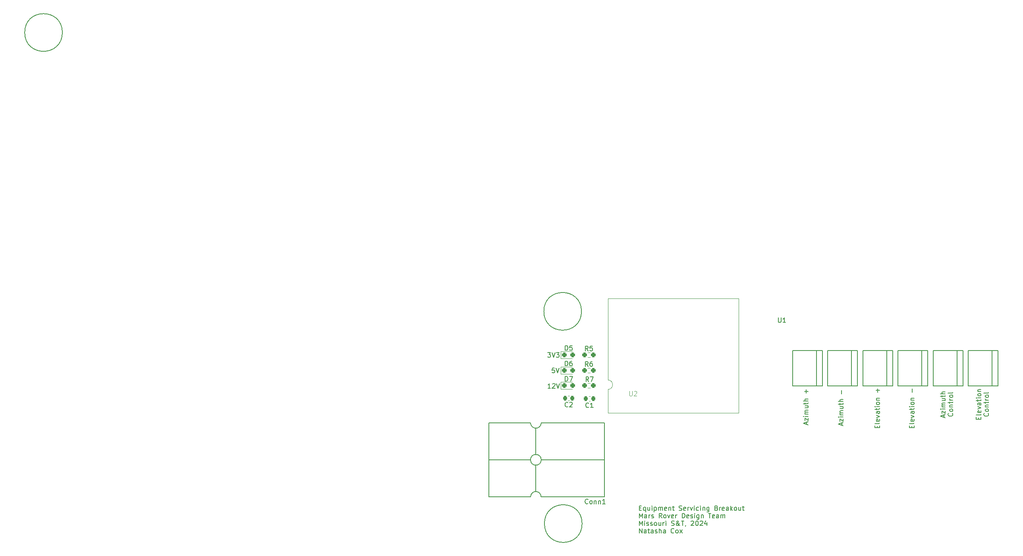
<source format=gto>
G04 #@! TF.GenerationSoftware,KiCad,Pcbnew,7.0.7*
G04 #@! TF.CreationDate,2024-03-26T15:42:10-05:00*
G04 #@! TF.ProjectId,Hardware_2024,48617264-7761-4726-955f-323032342e6b,rev?*
G04 #@! TF.SameCoordinates,Original*
G04 #@! TF.FileFunction,Legend,Top*
G04 #@! TF.FilePolarity,Positive*
%FSLAX46Y46*%
G04 Gerber Fmt 4.6, Leading zero omitted, Abs format (unit mm)*
G04 Created by KiCad (PCBNEW 7.0.7) date 2024-03-26 15:42:10*
%MOMM*%
%LPD*%
G01*
G04 APERTURE LIST*
G04 Aperture macros list*
%AMRoundRect*
0 Rectangle with rounded corners*
0 $1 Rounding radius*
0 $2 $3 $4 $5 $6 $7 $8 $9 X,Y pos of 4 corners*
0 Add a 4 corners polygon primitive as box body*
4,1,4,$2,$3,$4,$5,$6,$7,$8,$9,$2,$3,0*
0 Add four circle primitives for the rounded corners*
1,1,$1+$1,$2,$3*
1,1,$1+$1,$4,$5*
1,1,$1+$1,$6,$7*
1,1,$1+$1,$8,$9*
0 Add four rect primitives between the rounded corners*
20,1,$1+$1,$2,$3,$4,$5,0*
20,1,$1+$1,$4,$5,$6,$7,0*
20,1,$1+$1,$6,$7,$8,$9,0*
20,1,$1+$1,$8,$9,$2,$3,0*%
G04 Aperture macros list end*
%ADD10C,0.150000*%
%ADD11C,0.100000*%
%ADD12C,0.120000*%
%ADD13C,1.524000*%
%ADD14RoundRect,0.225000X0.225000X0.250000X-0.225000X0.250000X-0.225000X-0.250000X0.225000X-0.250000X0*%
%ADD15RoundRect,0.237500X-0.287500X-0.237500X0.287500X-0.237500X0.287500X0.237500X-0.287500X0.237500X0*%
%ADD16C,2.946400*%
%ADD17RoundRect,0.237500X0.250000X0.237500X-0.250000X0.237500X-0.250000X-0.237500X0.250000X-0.237500X0*%
%ADD18C,3.500000*%
%ADD19C,3.000000*%
%ADD20C,1.700000*%
%ADD21O,3.000000X5.100000*%
G04 APERTURE END LIST*
D10*
X196221104Y-86050094D02*
X196221104Y-85573904D01*
X196506819Y-86145332D02*
X195506819Y-85811999D01*
X195506819Y-85811999D02*
X196506819Y-85478666D01*
X195840152Y-85240570D02*
X195840152Y-84716761D01*
X195840152Y-84716761D02*
X196506819Y-85240570D01*
X196506819Y-85240570D02*
X196506819Y-84716761D01*
X196506819Y-84335808D02*
X195840152Y-84335808D01*
X195506819Y-84335808D02*
X195554438Y-84383427D01*
X195554438Y-84383427D02*
X195602057Y-84335808D01*
X195602057Y-84335808D02*
X195554438Y-84288189D01*
X195554438Y-84288189D02*
X195506819Y-84335808D01*
X195506819Y-84335808D02*
X195602057Y-84335808D01*
X196506819Y-83859618D02*
X195840152Y-83859618D01*
X195935390Y-83859618D02*
X195887771Y-83811999D01*
X195887771Y-83811999D02*
X195840152Y-83716761D01*
X195840152Y-83716761D02*
X195840152Y-83573904D01*
X195840152Y-83573904D02*
X195887771Y-83478666D01*
X195887771Y-83478666D02*
X195983009Y-83431047D01*
X195983009Y-83431047D02*
X196506819Y-83431047D01*
X195983009Y-83431047D02*
X195887771Y-83383428D01*
X195887771Y-83383428D02*
X195840152Y-83288190D01*
X195840152Y-83288190D02*
X195840152Y-83145333D01*
X195840152Y-83145333D02*
X195887771Y-83050094D01*
X195887771Y-83050094D02*
X195983009Y-83002475D01*
X195983009Y-83002475D02*
X196506819Y-83002475D01*
X195840152Y-82097714D02*
X196506819Y-82097714D01*
X195840152Y-82526285D02*
X196363961Y-82526285D01*
X196363961Y-82526285D02*
X196459200Y-82478666D01*
X196459200Y-82478666D02*
X196506819Y-82383428D01*
X196506819Y-82383428D02*
X196506819Y-82240571D01*
X196506819Y-82240571D02*
X196459200Y-82145333D01*
X196459200Y-82145333D02*
X196411580Y-82097714D01*
X195840152Y-81764380D02*
X195840152Y-81383428D01*
X195506819Y-81621523D02*
X196363961Y-81621523D01*
X196363961Y-81621523D02*
X196459200Y-81573904D01*
X196459200Y-81573904D02*
X196506819Y-81478666D01*
X196506819Y-81478666D02*
X196506819Y-81383428D01*
X196506819Y-81050094D02*
X195506819Y-81050094D01*
X196506819Y-80621523D02*
X195983009Y-80621523D01*
X195983009Y-80621523D02*
X195887771Y-80669142D01*
X195887771Y-80669142D02*
X195840152Y-80764380D01*
X195840152Y-80764380D02*
X195840152Y-80907237D01*
X195840152Y-80907237D02*
X195887771Y-81002475D01*
X195887771Y-81002475D02*
X195935390Y-81050094D01*
X198021580Y-85216762D02*
X198069200Y-85264381D01*
X198069200Y-85264381D02*
X198116819Y-85407238D01*
X198116819Y-85407238D02*
X198116819Y-85502476D01*
X198116819Y-85502476D02*
X198069200Y-85645333D01*
X198069200Y-85645333D02*
X197973961Y-85740571D01*
X197973961Y-85740571D02*
X197878723Y-85788190D01*
X197878723Y-85788190D02*
X197688247Y-85835809D01*
X197688247Y-85835809D02*
X197545390Y-85835809D01*
X197545390Y-85835809D02*
X197354914Y-85788190D01*
X197354914Y-85788190D02*
X197259676Y-85740571D01*
X197259676Y-85740571D02*
X197164438Y-85645333D01*
X197164438Y-85645333D02*
X197116819Y-85502476D01*
X197116819Y-85502476D02*
X197116819Y-85407238D01*
X197116819Y-85407238D02*
X197164438Y-85264381D01*
X197164438Y-85264381D02*
X197212057Y-85216762D01*
X198116819Y-84645333D02*
X198069200Y-84740571D01*
X198069200Y-84740571D02*
X198021580Y-84788190D01*
X198021580Y-84788190D02*
X197926342Y-84835809D01*
X197926342Y-84835809D02*
X197640628Y-84835809D01*
X197640628Y-84835809D02*
X197545390Y-84788190D01*
X197545390Y-84788190D02*
X197497771Y-84740571D01*
X197497771Y-84740571D02*
X197450152Y-84645333D01*
X197450152Y-84645333D02*
X197450152Y-84502476D01*
X197450152Y-84502476D02*
X197497771Y-84407238D01*
X197497771Y-84407238D02*
X197545390Y-84359619D01*
X197545390Y-84359619D02*
X197640628Y-84312000D01*
X197640628Y-84312000D02*
X197926342Y-84312000D01*
X197926342Y-84312000D02*
X198021580Y-84359619D01*
X198021580Y-84359619D02*
X198069200Y-84407238D01*
X198069200Y-84407238D02*
X198116819Y-84502476D01*
X198116819Y-84502476D02*
X198116819Y-84645333D01*
X197450152Y-83883428D02*
X198116819Y-83883428D01*
X197545390Y-83883428D02*
X197497771Y-83835809D01*
X197497771Y-83835809D02*
X197450152Y-83740571D01*
X197450152Y-83740571D02*
X197450152Y-83597714D01*
X197450152Y-83597714D02*
X197497771Y-83502476D01*
X197497771Y-83502476D02*
X197593009Y-83454857D01*
X197593009Y-83454857D02*
X198116819Y-83454857D01*
X197450152Y-83121523D02*
X197450152Y-82740571D01*
X197116819Y-82978666D02*
X197973961Y-82978666D01*
X197973961Y-82978666D02*
X198069200Y-82931047D01*
X198069200Y-82931047D02*
X198116819Y-82835809D01*
X198116819Y-82835809D02*
X198116819Y-82740571D01*
X198116819Y-82407237D02*
X197450152Y-82407237D01*
X197640628Y-82407237D02*
X197545390Y-82359618D01*
X197545390Y-82359618D02*
X197497771Y-82311999D01*
X197497771Y-82311999D02*
X197450152Y-82216761D01*
X197450152Y-82216761D02*
X197450152Y-82121523D01*
X198116819Y-81645332D02*
X198069200Y-81740570D01*
X198069200Y-81740570D02*
X198021580Y-81788189D01*
X198021580Y-81788189D02*
X197926342Y-81835808D01*
X197926342Y-81835808D02*
X197640628Y-81835808D01*
X197640628Y-81835808D02*
X197545390Y-81788189D01*
X197545390Y-81788189D02*
X197497771Y-81740570D01*
X197497771Y-81740570D02*
X197450152Y-81645332D01*
X197450152Y-81645332D02*
X197450152Y-81502475D01*
X197450152Y-81502475D02*
X197497771Y-81407237D01*
X197497771Y-81407237D02*
X197545390Y-81359618D01*
X197545390Y-81359618D02*
X197640628Y-81311999D01*
X197640628Y-81311999D02*
X197926342Y-81311999D01*
X197926342Y-81311999D02*
X198021580Y-81359618D01*
X198021580Y-81359618D02*
X198069200Y-81407237D01*
X198069200Y-81407237D02*
X198116819Y-81502475D01*
X198116819Y-81502475D02*
X198116819Y-81645332D01*
X198116819Y-80740570D02*
X198069200Y-80835808D01*
X198069200Y-80835808D02*
X197973961Y-80883427D01*
X197973961Y-80883427D02*
X197116819Y-80883427D01*
X112366588Y-79879819D02*
X111795160Y-79879819D01*
X112080874Y-79879819D02*
X112080874Y-78879819D01*
X112080874Y-78879819D02*
X111985636Y-79022676D01*
X111985636Y-79022676D02*
X111890398Y-79117914D01*
X111890398Y-79117914D02*
X111795160Y-79165533D01*
X112747541Y-78975057D02*
X112795160Y-78927438D01*
X112795160Y-78927438D02*
X112890398Y-78879819D01*
X112890398Y-78879819D02*
X113128493Y-78879819D01*
X113128493Y-78879819D02*
X113223731Y-78927438D01*
X113223731Y-78927438D02*
X113271350Y-78975057D01*
X113271350Y-78975057D02*
X113318969Y-79070295D01*
X113318969Y-79070295D02*
X113318969Y-79165533D01*
X113318969Y-79165533D02*
X113271350Y-79308390D01*
X113271350Y-79308390D02*
X112699922Y-79879819D01*
X112699922Y-79879819D02*
X113318969Y-79879819D01*
X113604684Y-78879819D02*
X113938017Y-79879819D01*
X113938017Y-79879819D02*
X114271350Y-78879819D01*
X189338009Y-88309220D02*
X189338009Y-87975887D01*
X189861819Y-87833030D02*
X189861819Y-88309220D01*
X189861819Y-88309220D02*
X188861819Y-88309220D01*
X188861819Y-88309220D02*
X188861819Y-87833030D01*
X189861819Y-87261601D02*
X189814200Y-87356839D01*
X189814200Y-87356839D02*
X189718961Y-87404458D01*
X189718961Y-87404458D02*
X188861819Y-87404458D01*
X189814200Y-86499696D02*
X189861819Y-86594934D01*
X189861819Y-86594934D02*
X189861819Y-86785410D01*
X189861819Y-86785410D02*
X189814200Y-86880648D01*
X189814200Y-86880648D02*
X189718961Y-86928267D01*
X189718961Y-86928267D02*
X189338009Y-86928267D01*
X189338009Y-86928267D02*
X189242771Y-86880648D01*
X189242771Y-86880648D02*
X189195152Y-86785410D01*
X189195152Y-86785410D02*
X189195152Y-86594934D01*
X189195152Y-86594934D02*
X189242771Y-86499696D01*
X189242771Y-86499696D02*
X189338009Y-86452077D01*
X189338009Y-86452077D02*
X189433247Y-86452077D01*
X189433247Y-86452077D02*
X189528485Y-86928267D01*
X189195152Y-86118743D02*
X189861819Y-85880648D01*
X189861819Y-85880648D02*
X189195152Y-85642553D01*
X189861819Y-84833029D02*
X189338009Y-84833029D01*
X189338009Y-84833029D02*
X189242771Y-84880648D01*
X189242771Y-84880648D02*
X189195152Y-84975886D01*
X189195152Y-84975886D02*
X189195152Y-85166362D01*
X189195152Y-85166362D02*
X189242771Y-85261600D01*
X189814200Y-84833029D02*
X189861819Y-84928267D01*
X189861819Y-84928267D02*
X189861819Y-85166362D01*
X189861819Y-85166362D02*
X189814200Y-85261600D01*
X189814200Y-85261600D02*
X189718961Y-85309219D01*
X189718961Y-85309219D02*
X189623723Y-85309219D01*
X189623723Y-85309219D02*
X189528485Y-85261600D01*
X189528485Y-85261600D02*
X189480866Y-85166362D01*
X189480866Y-85166362D02*
X189480866Y-84928267D01*
X189480866Y-84928267D02*
X189433247Y-84833029D01*
X189195152Y-84499695D02*
X189195152Y-84118743D01*
X188861819Y-84356838D02*
X189718961Y-84356838D01*
X189718961Y-84356838D02*
X189814200Y-84309219D01*
X189814200Y-84309219D02*
X189861819Y-84213981D01*
X189861819Y-84213981D02*
X189861819Y-84118743D01*
X189861819Y-83785409D02*
X189195152Y-83785409D01*
X188861819Y-83785409D02*
X188909438Y-83833028D01*
X188909438Y-83833028D02*
X188957057Y-83785409D01*
X188957057Y-83785409D02*
X188909438Y-83737790D01*
X188909438Y-83737790D02*
X188861819Y-83785409D01*
X188861819Y-83785409D02*
X188957057Y-83785409D01*
X189861819Y-83166362D02*
X189814200Y-83261600D01*
X189814200Y-83261600D02*
X189766580Y-83309219D01*
X189766580Y-83309219D02*
X189671342Y-83356838D01*
X189671342Y-83356838D02*
X189385628Y-83356838D01*
X189385628Y-83356838D02*
X189290390Y-83309219D01*
X189290390Y-83309219D02*
X189242771Y-83261600D01*
X189242771Y-83261600D02*
X189195152Y-83166362D01*
X189195152Y-83166362D02*
X189195152Y-83023505D01*
X189195152Y-83023505D02*
X189242771Y-82928267D01*
X189242771Y-82928267D02*
X189290390Y-82880648D01*
X189290390Y-82880648D02*
X189385628Y-82833029D01*
X189385628Y-82833029D02*
X189671342Y-82833029D01*
X189671342Y-82833029D02*
X189766580Y-82880648D01*
X189766580Y-82880648D02*
X189814200Y-82928267D01*
X189814200Y-82928267D02*
X189861819Y-83023505D01*
X189861819Y-83023505D02*
X189861819Y-83166362D01*
X189195152Y-82404457D02*
X189861819Y-82404457D01*
X189290390Y-82404457D02*
X189242771Y-82356838D01*
X189242771Y-82356838D02*
X189195152Y-82261600D01*
X189195152Y-82261600D02*
X189195152Y-82118743D01*
X189195152Y-82118743D02*
X189242771Y-82023505D01*
X189242771Y-82023505D02*
X189338009Y-81975886D01*
X189338009Y-81975886D02*
X189861819Y-81975886D01*
X189480866Y-80737790D02*
X189480866Y-79975886D01*
X131273779Y-105387009D02*
X131607112Y-105387009D01*
X131749969Y-105910819D02*
X131273779Y-105910819D01*
X131273779Y-105910819D02*
X131273779Y-104910819D01*
X131273779Y-104910819D02*
X131749969Y-104910819D01*
X132607112Y-105244152D02*
X132607112Y-106244152D01*
X132607112Y-105863200D02*
X132511874Y-105910819D01*
X132511874Y-105910819D02*
X132321398Y-105910819D01*
X132321398Y-105910819D02*
X132226160Y-105863200D01*
X132226160Y-105863200D02*
X132178541Y-105815580D01*
X132178541Y-105815580D02*
X132130922Y-105720342D01*
X132130922Y-105720342D02*
X132130922Y-105434628D01*
X132130922Y-105434628D02*
X132178541Y-105339390D01*
X132178541Y-105339390D02*
X132226160Y-105291771D01*
X132226160Y-105291771D02*
X132321398Y-105244152D01*
X132321398Y-105244152D02*
X132511874Y-105244152D01*
X132511874Y-105244152D02*
X132607112Y-105291771D01*
X133511874Y-105244152D02*
X133511874Y-105910819D01*
X133083303Y-105244152D02*
X133083303Y-105767961D01*
X133083303Y-105767961D02*
X133130922Y-105863200D01*
X133130922Y-105863200D02*
X133226160Y-105910819D01*
X133226160Y-105910819D02*
X133369017Y-105910819D01*
X133369017Y-105910819D02*
X133464255Y-105863200D01*
X133464255Y-105863200D02*
X133511874Y-105815580D01*
X133988065Y-105910819D02*
X133988065Y-105244152D01*
X133988065Y-104910819D02*
X133940446Y-104958438D01*
X133940446Y-104958438D02*
X133988065Y-105006057D01*
X133988065Y-105006057D02*
X134035684Y-104958438D01*
X134035684Y-104958438D02*
X133988065Y-104910819D01*
X133988065Y-104910819D02*
X133988065Y-105006057D01*
X134464255Y-105244152D02*
X134464255Y-106244152D01*
X134464255Y-105291771D02*
X134559493Y-105244152D01*
X134559493Y-105244152D02*
X134749969Y-105244152D01*
X134749969Y-105244152D02*
X134845207Y-105291771D01*
X134845207Y-105291771D02*
X134892826Y-105339390D01*
X134892826Y-105339390D02*
X134940445Y-105434628D01*
X134940445Y-105434628D02*
X134940445Y-105720342D01*
X134940445Y-105720342D02*
X134892826Y-105815580D01*
X134892826Y-105815580D02*
X134845207Y-105863200D01*
X134845207Y-105863200D02*
X134749969Y-105910819D01*
X134749969Y-105910819D02*
X134559493Y-105910819D01*
X134559493Y-105910819D02*
X134464255Y-105863200D01*
X135369017Y-105910819D02*
X135369017Y-105244152D01*
X135369017Y-105339390D02*
X135416636Y-105291771D01*
X135416636Y-105291771D02*
X135511874Y-105244152D01*
X135511874Y-105244152D02*
X135654731Y-105244152D01*
X135654731Y-105244152D02*
X135749969Y-105291771D01*
X135749969Y-105291771D02*
X135797588Y-105387009D01*
X135797588Y-105387009D02*
X135797588Y-105910819D01*
X135797588Y-105387009D02*
X135845207Y-105291771D01*
X135845207Y-105291771D02*
X135940445Y-105244152D01*
X135940445Y-105244152D02*
X136083302Y-105244152D01*
X136083302Y-105244152D02*
X136178541Y-105291771D01*
X136178541Y-105291771D02*
X136226160Y-105387009D01*
X136226160Y-105387009D02*
X136226160Y-105910819D01*
X137083302Y-105863200D02*
X136988064Y-105910819D01*
X136988064Y-105910819D02*
X136797588Y-105910819D01*
X136797588Y-105910819D02*
X136702350Y-105863200D01*
X136702350Y-105863200D02*
X136654731Y-105767961D01*
X136654731Y-105767961D02*
X136654731Y-105387009D01*
X136654731Y-105387009D02*
X136702350Y-105291771D01*
X136702350Y-105291771D02*
X136797588Y-105244152D01*
X136797588Y-105244152D02*
X136988064Y-105244152D01*
X136988064Y-105244152D02*
X137083302Y-105291771D01*
X137083302Y-105291771D02*
X137130921Y-105387009D01*
X137130921Y-105387009D02*
X137130921Y-105482247D01*
X137130921Y-105482247D02*
X136654731Y-105577485D01*
X137559493Y-105244152D02*
X137559493Y-105910819D01*
X137559493Y-105339390D02*
X137607112Y-105291771D01*
X137607112Y-105291771D02*
X137702350Y-105244152D01*
X137702350Y-105244152D02*
X137845207Y-105244152D01*
X137845207Y-105244152D02*
X137940445Y-105291771D01*
X137940445Y-105291771D02*
X137988064Y-105387009D01*
X137988064Y-105387009D02*
X137988064Y-105910819D01*
X138321398Y-105244152D02*
X138702350Y-105244152D01*
X138464255Y-104910819D02*
X138464255Y-105767961D01*
X138464255Y-105767961D02*
X138511874Y-105863200D01*
X138511874Y-105863200D02*
X138607112Y-105910819D01*
X138607112Y-105910819D02*
X138702350Y-105910819D01*
X139749970Y-105863200D02*
X139892827Y-105910819D01*
X139892827Y-105910819D02*
X140130922Y-105910819D01*
X140130922Y-105910819D02*
X140226160Y-105863200D01*
X140226160Y-105863200D02*
X140273779Y-105815580D01*
X140273779Y-105815580D02*
X140321398Y-105720342D01*
X140321398Y-105720342D02*
X140321398Y-105625104D01*
X140321398Y-105625104D02*
X140273779Y-105529866D01*
X140273779Y-105529866D02*
X140226160Y-105482247D01*
X140226160Y-105482247D02*
X140130922Y-105434628D01*
X140130922Y-105434628D02*
X139940446Y-105387009D01*
X139940446Y-105387009D02*
X139845208Y-105339390D01*
X139845208Y-105339390D02*
X139797589Y-105291771D01*
X139797589Y-105291771D02*
X139749970Y-105196533D01*
X139749970Y-105196533D02*
X139749970Y-105101295D01*
X139749970Y-105101295D02*
X139797589Y-105006057D01*
X139797589Y-105006057D02*
X139845208Y-104958438D01*
X139845208Y-104958438D02*
X139940446Y-104910819D01*
X139940446Y-104910819D02*
X140178541Y-104910819D01*
X140178541Y-104910819D02*
X140321398Y-104958438D01*
X141130922Y-105863200D02*
X141035684Y-105910819D01*
X141035684Y-105910819D02*
X140845208Y-105910819D01*
X140845208Y-105910819D02*
X140749970Y-105863200D01*
X140749970Y-105863200D02*
X140702351Y-105767961D01*
X140702351Y-105767961D02*
X140702351Y-105387009D01*
X140702351Y-105387009D02*
X140749970Y-105291771D01*
X140749970Y-105291771D02*
X140845208Y-105244152D01*
X140845208Y-105244152D02*
X141035684Y-105244152D01*
X141035684Y-105244152D02*
X141130922Y-105291771D01*
X141130922Y-105291771D02*
X141178541Y-105387009D01*
X141178541Y-105387009D02*
X141178541Y-105482247D01*
X141178541Y-105482247D02*
X140702351Y-105577485D01*
X141607113Y-105910819D02*
X141607113Y-105244152D01*
X141607113Y-105434628D02*
X141654732Y-105339390D01*
X141654732Y-105339390D02*
X141702351Y-105291771D01*
X141702351Y-105291771D02*
X141797589Y-105244152D01*
X141797589Y-105244152D02*
X141892827Y-105244152D01*
X142130923Y-105244152D02*
X142369018Y-105910819D01*
X142369018Y-105910819D02*
X142607113Y-105244152D01*
X142988066Y-105910819D02*
X142988066Y-105244152D01*
X142988066Y-104910819D02*
X142940447Y-104958438D01*
X142940447Y-104958438D02*
X142988066Y-105006057D01*
X142988066Y-105006057D02*
X143035685Y-104958438D01*
X143035685Y-104958438D02*
X142988066Y-104910819D01*
X142988066Y-104910819D02*
X142988066Y-105006057D01*
X143892827Y-105863200D02*
X143797589Y-105910819D01*
X143797589Y-105910819D02*
X143607113Y-105910819D01*
X143607113Y-105910819D02*
X143511875Y-105863200D01*
X143511875Y-105863200D02*
X143464256Y-105815580D01*
X143464256Y-105815580D02*
X143416637Y-105720342D01*
X143416637Y-105720342D02*
X143416637Y-105434628D01*
X143416637Y-105434628D02*
X143464256Y-105339390D01*
X143464256Y-105339390D02*
X143511875Y-105291771D01*
X143511875Y-105291771D02*
X143607113Y-105244152D01*
X143607113Y-105244152D02*
X143797589Y-105244152D01*
X143797589Y-105244152D02*
X143892827Y-105291771D01*
X144321399Y-105910819D02*
X144321399Y-105244152D01*
X144321399Y-104910819D02*
X144273780Y-104958438D01*
X144273780Y-104958438D02*
X144321399Y-105006057D01*
X144321399Y-105006057D02*
X144369018Y-104958438D01*
X144369018Y-104958438D02*
X144321399Y-104910819D01*
X144321399Y-104910819D02*
X144321399Y-105006057D01*
X144797589Y-105244152D02*
X144797589Y-105910819D01*
X144797589Y-105339390D02*
X144845208Y-105291771D01*
X144845208Y-105291771D02*
X144940446Y-105244152D01*
X144940446Y-105244152D02*
X145083303Y-105244152D01*
X145083303Y-105244152D02*
X145178541Y-105291771D01*
X145178541Y-105291771D02*
X145226160Y-105387009D01*
X145226160Y-105387009D02*
X145226160Y-105910819D01*
X146130922Y-105244152D02*
X146130922Y-106053676D01*
X146130922Y-106053676D02*
X146083303Y-106148914D01*
X146083303Y-106148914D02*
X146035684Y-106196533D01*
X146035684Y-106196533D02*
X145940446Y-106244152D01*
X145940446Y-106244152D02*
X145797589Y-106244152D01*
X145797589Y-106244152D02*
X145702351Y-106196533D01*
X146130922Y-105863200D02*
X146035684Y-105910819D01*
X146035684Y-105910819D02*
X145845208Y-105910819D01*
X145845208Y-105910819D02*
X145749970Y-105863200D01*
X145749970Y-105863200D02*
X145702351Y-105815580D01*
X145702351Y-105815580D02*
X145654732Y-105720342D01*
X145654732Y-105720342D02*
X145654732Y-105434628D01*
X145654732Y-105434628D02*
X145702351Y-105339390D01*
X145702351Y-105339390D02*
X145749970Y-105291771D01*
X145749970Y-105291771D02*
X145845208Y-105244152D01*
X145845208Y-105244152D02*
X146035684Y-105244152D01*
X146035684Y-105244152D02*
X146130922Y-105291771D01*
X147702351Y-105387009D02*
X147845208Y-105434628D01*
X147845208Y-105434628D02*
X147892827Y-105482247D01*
X147892827Y-105482247D02*
X147940446Y-105577485D01*
X147940446Y-105577485D02*
X147940446Y-105720342D01*
X147940446Y-105720342D02*
X147892827Y-105815580D01*
X147892827Y-105815580D02*
X147845208Y-105863200D01*
X147845208Y-105863200D02*
X147749970Y-105910819D01*
X147749970Y-105910819D02*
X147369018Y-105910819D01*
X147369018Y-105910819D02*
X147369018Y-104910819D01*
X147369018Y-104910819D02*
X147702351Y-104910819D01*
X147702351Y-104910819D02*
X147797589Y-104958438D01*
X147797589Y-104958438D02*
X147845208Y-105006057D01*
X147845208Y-105006057D02*
X147892827Y-105101295D01*
X147892827Y-105101295D02*
X147892827Y-105196533D01*
X147892827Y-105196533D02*
X147845208Y-105291771D01*
X147845208Y-105291771D02*
X147797589Y-105339390D01*
X147797589Y-105339390D02*
X147702351Y-105387009D01*
X147702351Y-105387009D02*
X147369018Y-105387009D01*
X148369018Y-105910819D02*
X148369018Y-105244152D01*
X148369018Y-105434628D02*
X148416637Y-105339390D01*
X148416637Y-105339390D02*
X148464256Y-105291771D01*
X148464256Y-105291771D02*
X148559494Y-105244152D01*
X148559494Y-105244152D02*
X148654732Y-105244152D01*
X149369018Y-105863200D02*
X149273780Y-105910819D01*
X149273780Y-105910819D02*
X149083304Y-105910819D01*
X149083304Y-105910819D02*
X148988066Y-105863200D01*
X148988066Y-105863200D02*
X148940447Y-105767961D01*
X148940447Y-105767961D02*
X148940447Y-105387009D01*
X148940447Y-105387009D02*
X148988066Y-105291771D01*
X148988066Y-105291771D02*
X149083304Y-105244152D01*
X149083304Y-105244152D02*
X149273780Y-105244152D01*
X149273780Y-105244152D02*
X149369018Y-105291771D01*
X149369018Y-105291771D02*
X149416637Y-105387009D01*
X149416637Y-105387009D02*
X149416637Y-105482247D01*
X149416637Y-105482247D02*
X148940447Y-105577485D01*
X150273780Y-105910819D02*
X150273780Y-105387009D01*
X150273780Y-105387009D02*
X150226161Y-105291771D01*
X150226161Y-105291771D02*
X150130923Y-105244152D01*
X150130923Y-105244152D02*
X149940447Y-105244152D01*
X149940447Y-105244152D02*
X149845209Y-105291771D01*
X150273780Y-105863200D02*
X150178542Y-105910819D01*
X150178542Y-105910819D02*
X149940447Y-105910819D01*
X149940447Y-105910819D02*
X149845209Y-105863200D01*
X149845209Y-105863200D02*
X149797590Y-105767961D01*
X149797590Y-105767961D02*
X149797590Y-105672723D01*
X149797590Y-105672723D02*
X149845209Y-105577485D01*
X149845209Y-105577485D02*
X149940447Y-105529866D01*
X149940447Y-105529866D02*
X150178542Y-105529866D01*
X150178542Y-105529866D02*
X150273780Y-105482247D01*
X150749971Y-105910819D02*
X150749971Y-104910819D01*
X150845209Y-105529866D02*
X151130923Y-105910819D01*
X151130923Y-105244152D02*
X150749971Y-105625104D01*
X151702352Y-105910819D02*
X151607114Y-105863200D01*
X151607114Y-105863200D02*
X151559495Y-105815580D01*
X151559495Y-105815580D02*
X151511876Y-105720342D01*
X151511876Y-105720342D02*
X151511876Y-105434628D01*
X151511876Y-105434628D02*
X151559495Y-105339390D01*
X151559495Y-105339390D02*
X151607114Y-105291771D01*
X151607114Y-105291771D02*
X151702352Y-105244152D01*
X151702352Y-105244152D02*
X151845209Y-105244152D01*
X151845209Y-105244152D02*
X151940447Y-105291771D01*
X151940447Y-105291771D02*
X151988066Y-105339390D01*
X151988066Y-105339390D02*
X152035685Y-105434628D01*
X152035685Y-105434628D02*
X152035685Y-105720342D01*
X152035685Y-105720342D02*
X151988066Y-105815580D01*
X151988066Y-105815580D02*
X151940447Y-105863200D01*
X151940447Y-105863200D02*
X151845209Y-105910819D01*
X151845209Y-105910819D02*
X151702352Y-105910819D01*
X152892828Y-105244152D02*
X152892828Y-105910819D01*
X152464257Y-105244152D02*
X152464257Y-105767961D01*
X152464257Y-105767961D02*
X152511876Y-105863200D01*
X152511876Y-105863200D02*
X152607114Y-105910819D01*
X152607114Y-105910819D02*
X152749971Y-105910819D01*
X152749971Y-105910819D02*
X152845209Y-105863200D01*
X152845209Y-105863200D02*
X152892828Y-105815580D01*
X153226162Y-105244152D02*
X153607114Y-105244152D01*
X153369019Y-104910819D02*
X153369019Y-105767961D01*
X153369019Y-105767961D02*
X153416638Y-105863200D01*
X153416638Y-105863200D02*
X153511876Y-105910819D01*
X153511876Y-105910819D02*
X153607114Y-105910819D01*
X131273779Y-107520819D02*
X131273779Y-106520819D01*
X131273779Y-106520819D02*
X131607112Y-107235104D01*
X131607112Y-107235104D02*
X131940445Y-106520819D01*
X131940445Y-106520819D02*
X131940445Y-107520819D01*
X132845207Y-107520819D02*
X132845207Y-106997009D01*
X132845207Y-106997009D02*
X132797588Y-106901771D01*
X132797588Y-106901771D02*
X132702350Y-106854152D01*
X132702350Y-106854152D02*
X132511874Y-106854152D01*
X132511874Y-106854152D02*
X132416636Y-106901771D01*
X132845207Y-107473200D02*
X132749969Y-107520819D01*
X132749969Y-107520819D02*
X132511874Y-107520819D01*
X132511874Y-107520819D02*
X132416636Y-107473200D01*
X132416636Y-107473200D02*
X132369017Y-107377961D01*
X132369017Y-107377961D02*
X132369017Y-107282723D01*
X132369017Y-107282723D02*
X132416636Y-107187485D01*
X132416636Y-107187485D02*
X132511874Y-107139866D01*
X132511874Y-107139866D02*
X132749969Y-107139866D01*
X132749969Y-107139866D02*
X132845207Y-107092247D01*
X133321398Y-107520819D02*
X133321398Y-106854152D01*
X133321398Y-107044628D02*
X133369017Y-106949390D01*
X133369017Y-106949390D02*
X133416636Y-106901771D01*
X133416636Y-106901771D02*
X133511874Y-106854152D01*
X133511874Y-106854152D02*
X133607112Y-106854152D01*
X133892827Y-107473200D02*
X133988065Y-107520819D01*
X133988065Y-107520819D02*
X134178541Y-107520819D01*
X134178541Y-107520819D02*
X134273779Y-107473200D01*
X134273779Y-107473200D02*
X134321398Y-107377961D01*
X134321398Y-107377961D02*
X134321398Y-107330342D01*
X134321398Y-107330342D02*
X134273779Y-107235104D01*
X134273779Y-107235104D02*
X134178541Y-107187485D01*
X134178541Y-107187485D02*
X134035684Y-107187485D01*
X134035684Y-107187485D02*
X133940446Y-107139866D01*
X133940446Y-107139866D02*
X133892827Y-107044628D01*
X133892827Y-107044628D02*
X133892827Y-106997009D01*
X133892827Y-106997009D02*
X133940446Y-106901771D01*
X133940446Y-106901771D02*
X134035684Y-106854152D01*
X134035684Y-106854152D02*
X134178541Y-106854152D01*
X134178541Y-106854152D02*
X134273779Y-106901771D01*
X136083303Y-107520819D02*
X135749970Y-107044628D01*
X135511875Y-107520819D02*
X135511875Y-106520819D01*
X135511875Y-106520819D02*
X135892827Y-106520819D01*
X135892827Y-106520819D02*
X135988065Y-106568438D01*
X135988065Y-106568438D02*
X136035684Y-106616057D01*
X136035684Y-106616057D02*
X136083303Y-106711295D01*
X136083303Y-106711295D02*
X136083303Y-106854152D01*
X136083303Y-106854152D02*
X136035684Y-106949390D01*
X136035684Y-106949390D02*
X135988065Y-106997009D01*
X135988065Y-106997009D02*
X135892827Y-107044628D01*
X135892827Y-107044628D02*
X135511875Y-107044628D01*
X136654732Y-107520819D02*
X136559494Y-107473200D01*
X136559494Y-107473200D02*
X136511875Y-107425580D01*
X136511875Y-107425580D02*
X136464256Y-107330342D01*
X136464256Y-107330342D02*
X136464256Y-107044628D01*
X136464256Y-107044628D02*
X136511875Y-106949390D01*
X136511875Y-106949390D02*
X136559494Y-106901771D01*
X136559494Y-106901771D02*
X136654732Y-106854152D01*
X136654732Y-106854152D02*
X136797589Y-106854152D01*
X136797589Y-106854152D02*
X136892827Y-106901771D01*
X136892827Y-106901771D02*
X136940446Y-106949390D01*
X136940446Y-106949390D02*
X136988065Y-107044628D01*
X136988065Y-107044628D02*
X136988065Y-107330342D01*
X136988065Y-107330342D02*
X136940446Y-107425580D01*
X136940446Y-107425580D02*
X136892827Y-107473200D01*
X136892827Y-107473200D02*
X136797589Y-107520819D01*
X136797589Y-107520819D02*
X136654732Y-107520819D01*
X137321399Y-106854152D02*
X137559494Y-107520819D01*
X137559494Y-107520819D02*
X137797589Y-106854152D01*
X138559494Y-107473200D02*
X138464256Y-107520819D01*
X138464256Y-107520819D02*
X138273780Y-107520819D01*
X138273780Y-107520819D02*
X138178542Y-107473200D01*
X138178542Y-107473200D02*
X138130923Y-107377961D01*
X138130923Y-107377961D02*
X138130923Y-106997009D01*
X138130923Y-106997009D02*
X138178542Y-106901771D01*
X138178542Y-106901771D02*
X138273780Y-106854152D01*
X138273780Y-106854152D02*
X138464256Y-106854152D01*
X138464256Y-106854152D02*
X138559494Y-106901771D01*
X138559494Y-106901771D02*
X138607113Y-106997009D01*
X138607113Y-106997009D02*
X138607113Y-107092247D01*
X138607113Y-107092247D02*
X138130923Y-107187485D01*
X139035685Y-107520819D02*
X139035685Y-106854152D01*
X139035685Y-107044628D02*
X139083304Y-106949390D01*
X139083304Y-106949390D02*
X139130923Y-106901771D01*
X139130923Y-106901771D02*
X139226161Y-106854152D01*
X139226161Y-106854152D02*
X139321399Y-106854152D01*
X140416638Y-107520819D02*
X140416638Y-106520819D01*
X140416638Y-106520819D02*
X140654733Y-106520819D01*
X140654733Y-106520819D02*
X140797590Y-106568438D01*
X140797590Y-106568438D02*
X140892828Y-106663676D01*
X140892828Y-106663676D02*
X140940447Y-106758914D01*
X140940447Y-106758914D02*
X140988066Y-106949390D01*
X140988066Y-106949390D02*
X140988066Y-107092247D01*
X140988066Y-107092247D02*
X140940447Y-107282723D01*
X140940447Y-107282723D02*
X140892828Y-107377961D01*
X140892828Y-107377961D02*
X140797590Y-107473200D01*
X140797590Y-107473200D02*
X140654733Y-107520819D01*
X140654733Y-107520819D02*
X140416638Y-107520819D01*
X141797590Y-107473200D02*
X141702352Y-107520819D01*
X141702352Y-107520819D02*
X141511876Y-107520819D01*
X141511876Y-107520819D02*
X141416638Y-107473200D01*
X141416638Y-107473200D02*
X141369019Y-107377961D01*
X141369019Y-107377961D02*
X141369019Y-106997009D01*
X141369019Y-106997009D02*
X141416638Y-106901771D01*
X141416638Y-106901771D02*
X141511876Y-106854152D01*
X141511876Y-106854152D02*
X141702352Y-106854152D01*
X141702352Y-106854152D02*
X141797590Y-106901771D01*
X141797590Y-106901771D02*
X141845209Y-106997009D01*
X141845209Y-106997009D02*
X141845209Y-107092247D01*
X141845209Y-107092247D02*
X141369019Y-107187485D01*
X142226162Y-107473200D02*
X142321400Y-107520819D01*
X142321400Y-107520819D02*
X142511876Y-107520819D01*
X142511876Y-107520819D02*
X142607114Y-107473200D01*
X142607114Y-107473200D02*
X142654733Y-107377961D01*
X142654733Y-107377961D02*
X142654733Y-107330342D01*
X142654733Y-107330342D02*
X142607114Y-107235104D01*
X142607114Y-107235104D02*
X142511876Y-107187485D01*
X142511876Y-107187485D02*
X142369019Y-107187485D01*
X142369019Y-107187485D02*
X142273781Y-107139866D01*
X142273781Y-107139866D02*
X142226162Y-107044628D01*
X142226162Y-107044628D02*
X142226162Y-106997009D01*
X142226162Y-106997009D02*
X142273781Y-106901771D01*
X142273781Y-106901771D02*
X142369019Y-106854152D01*
X142369019Y-106854152D02*
X142511876Y-106854152D01*
X142511876Y-106854152D02*
X142607114Y-106901771D01*
X143083305Y-107520819D02*
X143083305Y-106854152D01*
X143083305Y-106520819D02*
X143035686Y-106568438D01*
X143035686Y-106568438D02*
X143083305Y-106616057D01*
X143083305Y-106616057D02*
X143130924Y-106568438D01*
X143130924Y-106568438D02*
X143083305Y-106520819D01*
X143083305Y-106520819D02*
X143083305Y-106616057D01*
X143988066Y-106854152D02*
X143988066Y-107663676D01*
X143988066Y-107663676D02*
X143940447Y-107758914D01*
X143940447Y-107758914D02*
X143892828Y-107806533D01*
X143892828Y-107806533D02*
X143797590Y-107854152D01*
X143797590Y-107854152D02*
X143654733Y-107854152D01*
X143654733Y-107854152D02*
X143559495Y-107806533D01*
X143988066Y-107473200D02*
X143892828Y-107520819D01*
X143892828Y-107520819D02*
X143702352Y-107520819D01*
X143702352Y-107520819D02*
X143607114Y-107473200D01*
X143607114Y-107473200D02*
X143559495Y-107425580D01*
X143559495Y-107425580D02*
X143511876Y-107330342D01*
X143511876Y-107330342D02*
X143511876Y-107044628D01*
X143511876Y-107044628D02*
X143559495Y-106949390D01*
X143559495Y-106949390D02*
X143607114Y-106901771D01*
X143607114Y-106901771D02*
X143702352Y-106854152D01*
X143702352Y-106854152D02*
X143892828Y-106854152D01*
X143892828Y-106854152D02*
X143988066Y-106901771D01*
X144464257Y-106854152D02*
X144464257Y-107520819D01*
X144464257Y-106949390D02*
X144511876Y-106901771D01*
X144511876Y-106901771D02*
X144607114Y-106854152D01*
X144607114Y-106854152D02*
X144749971Y-106854152D01*
X144749971Y-106854152D02*
X144845209Y-106901771D01*
X144845209Y-106901771D02*
X144892828Y-106997009D01*
X144892828Y-106997009D02*
X144892828Y-107520819D01*
X145988067Y-106520819D02*
X146559495Y-106520819D01*
X146273781Y-107520819D02*
X146273781Y-106520819D01*
X147273781Y-107473200D02*
X147178543Y-107520819D01*
X147178543Y-107520819D02*
X146988067Y-107520819D01*
X146988067Y-107520819D02*
X146892829Y-107473200D01*
X146892829Y-107473200D02*
X146845210Y-107377961D01*
X146845210Y-107377961D02*
X146845210Y-106997009D01*
X146845210Y-106997009D02*
X146892829Y-106901771D01*
X146892829Y-106901771D02*
X146988067Y-106854152D01*
X146988067Y-106854152D02*
X147178543Y-106854152D01*
X147178543Y-106854152D02*
X147273781Y-106901771D01*
X147273781Y-106901771D02*
X147321400Y-106997009D01*
X147321400Y-106997009D02*
X147321400Y-107092247D01*
X147321400Y-107092247D02*
X146845210Y-107187485D01*
X148178543Y-107520819D02*
X148178543Y-106997009D01*
X148178543Y-106997009D02*
X148130924Y-106901771D01*
X148130924Y-106901771D02*
X148035686Y-106854152D01*
X148035686Y-106854152D02*
X147845210Y-106854152D01*
X147845210Y-106854152D02*
X147749972Y-106901771D01*
X148178543Y-107473200D02*
X148083305Y-107520819D01*
X148083305Y-107520819D02*
X147845210Y-107520819D01*
X147845210Y-107520819D02*
X147749972Y-107473200D01*
X147749972Y-107473200D02*
X147702353Y-107377961D01*
X147702353Y-107377961D02*
X147702353Y-107282723D01*
X147702353Y-107282723D02*
X147749972Y-107187485D01*
X147749972Y-107187485D02*
X147845210Y-107139866D01*
X147845210Y-107139866D02*
X148083305Y-107139866D01*
X148083305Y-107139866D02*
X148178543Y-107092247D01*
X148654734Y-107520819D02*
X148654734Y-106854152D01*
X148654734Y-106949390D02*
X148702353Y-106901771D01*
X148702353Y-106901771D02*
X148797591Y-106854152D01*
X148797591Y-106854152D02*
X148940448Y-106854152D01*
X148940448Y-106854152D02*
X149035686Y-106901771D01*
X149035686Y-106901771D02*
X149083305Y-106997009D01*
X149083305Y-106997009D02*
X149083305Y-107520819D01*
X149083305Y-106997009D02*
X149130924Y-106901771D01*
X149130924Y-106901771D02*
X149226162Y-106854152D01*
X149226162Y-106854152D02*
X149369019Y-106854152D01*
X149369019Y-106854152D02*
X149464258Y-106901771D01*
X149464258Y-106901771D02*
X149511877Y-106997009D01*
X149511877Y-106997009D02*
X149511877Y-107520819D01*
X131273779Y-109130819D02*
X131273779Y-108130819D01*
X131273779Y-108130819D02*
X131607112Y-108845104D01*
X131607112Y-108845104D02*
X131940445Y-108130819D01*
X131940445Y-108130819D02*
X131940445Y-109130819D01*
X132416636Y-109130819D02*
X132416636Y-108464152D01*
X132416636Y-108130819D02*
X132369017Y-108178438D01*
X132369017Y-108178438D02*
X132416636Y-108226057D01*
X132416636Y-108226057D02*
X132464255Y-108178438D01*
X132464255Y-108178438D02*
X132416636Y-108130819D01*
X132416636Y-108130819D02*
X132416636Y-108226057D01*
X132845207Y-109083200D02*
X132940445Y-109130819D01*
X132940445Y-109130819D02*
X133130921Y-109130819D01*
X133130921Y-109130819D02*
X133226159Y-109083200D01*
X133226159Y-109083200D02*
X133273778Y-108987961D01*
X133273778Y-108987961D02*
X133273778Y-108940342D01*
X133273778Y-108940342D02*
X133226159Y-108845104D01*
X133226159Y-108845104D02*
X133130921Y-108797485D01*
X133130921Y-108797485D02*
X132988064Y-108797485D01*
X132988064Y-108797485D02*
X132892826Y-108749866D01*
X132892826Y-108749866D02*
X132845207Y-108654628D01*
X132845207Y-108654628D02*
X132845207Y-108607009D01*
X132845207Y-108607009D02*
X132892826Y-108511771D01*
X132892826Y-108511771D02*
X132988064Y-108464152D01*
X132988064Y-108464152D02*
X133130921Y-108464152D01*
X133130921Y-108464152D02*
X133226159Y-108511771D01*
X133654731Y-109083200D02*
X133749969Y-109130819D01*
X133749969Y-109130819D02*
X133940445Y-109130819D01*
X133940445Y-109130819D02*
X134035683Y-109083200D01*
X134035683Y-109083200D02*
X134083302Y-108987961D01*
X134083302Y-108987961D02*
X134083302Y-108940342D01*
X134083302Y-108940342D02*
X134035683Y-108845104D01*
X134035683Y-108845104D02*
X133940445Y-108797485D01*
X133940445Y-108797485D02*
X133797588Y-108797485D01*
X133797588Y-108797485D02*
X133702350Y-108749866D01*
X133702350Y-108749866D02*
X133654731Y-108654628D01*
X133654731Y-108654628D02*
X133654731Y-108607009D01*
X133654731Y-108607009D02*
X133702350Y-108511771D01*
X133702350Y-108511771D02*
X133797588Y-108464152D01*
X133797588Y-108464152D02*
X133940445Y-108464152D01*
X133940445Y-108464152D02*
X134035683Y-108511771D01*
X134654731Y-109130819D02*
X134559493Y-109083200D01*
X134559493Y-109083200D02*
X134511874Y-109035580D01*
X134511874Y-109035580D02*
X134464255Y-108940342D01*
X134464255Y-108940342D02*
X134464255Y-108654628D01*
X134464255Y-108654628D02*
X134511874Y-108559390D01*
X134511874Y-108559390D02*
X134559493Y-108511771D01*
X134559493Y-108511771D02*
X134654731Y-108464152D01*
X134654731Y-108464152D02*
X134797588Y-108464152D01*
X134797588Y-108464152D02*
X134892826Y-108511771D01*
X134892826Y-108511771D02*
X134940445Y-108559390D01*
X134940445Y-108559390D02*
X134988064Y-108654628D01*
X134988064Y-108654628D02*
X134988064Y-108940342D01*
X134988064Y-108940342D02*
X134940445Y-109035580D01*
X134940445Y-109035580D02*
X134892826Y-109083200D01*
X134892826Y-109083200D02*
X134797588Y-109130819D01*
X134797588Y-109130819D02*
X134654731Y-109130819D01*
X135845207Y-108464152D02*
X135845207Y-109130819D01*
X135416636Y-108464152D02*
X135416636Y-108987961D01*
X135416636Y-108987961D02*
X135464255Y-109083200D01*
X135464255Y-109083200D02*
X135559493Y-109130819D01*
X135559493Y-109130819D02*
X135702350Y-109130819D01*
X135702350Y-109130819D02*
X135797588Y-109083200D01*
X135797588Y-109083200D02*
X135845207Y-109035580D01*
X136321398Y-109130819D02*
X136321398Y-108464152D01*
X136321398Y-108654628D02*
X136369017Y-108559390D01*
X136369017Y-108559390D02*
X136416636Y-108511771D01*
X136416636Y-108511771D02*
X136511874Y-108464152D01*
X136511874Y-108464152D02*
X136607112Y-108464152D01*
X136940446Y-109130819D02*
X136940446Y-108464152D01*
X136940446Y-108130819D02*
X136892827Y-108178438D01*
X136892827Y-108178438D02*
X136940446Y-108226057D01*
X136940446Y-108226057D02*
X136988065Y-108178438D01*
X136988065Y-108178438D02*
X136940446Y-108130819D01*
X136940446Y-108130819D02*
X136940446Y-108226057D01*
X138130922Y-109083200D02*
X138273779Y-109130819D01*
X138273779Y-109130819D02*
X138511874Y-109130819D01*
X138511874Y-109130819D02*
X138607112Y-109083200D01*
X138607112Y-109083200D02*
X138654731Y-109035580D01*
X138654731Y-109035580D02*
X138702350Y-108940342D01*
X138702350Y-108940342D02*
X138702350Y-108845104D01*
X138702350Y-108845104D02*
X138654731Y-108749866D01*
X138654731Y-108749866D02*
X138607112Y-108702247D01*
X138607112Y-108702247D02*
X138511874Y-108654628D01*
X138511874Y-108654628D02*
X138321398Y-108607009D01*
X138321398Y-108607009D02*
X138226160Y-108559390D01*
X138226160Y-108559390D02*
X138178541Y-108511771D01*
X138178541Y-108511771D02*
X138130922Y-108416533D01*
X138130922Y-108416533D02*
X138130922Y-108321295D01*
X138130922Y-108321295D02*
X138178541Y-108226057D01*
X138178541Y-108226057D02*
X138226160Y-108178438D01*
X138226160Y-108178438D02*
X138321398Y-108130819D01*
X138321398Y-108130819D02*
X138559493Y-108130819D01*
X138559493Y-108130819D02*
X138702350Y-108178438D01*
X139940446Y-109130819D02*
X139892827Y-109130819D01*
X139892827Y-109130819D02*
X139797588Y-109083200D01*
X139797588Y-109083200D02*
X139654731Y-108940342D01*
X139654731Y-108940342D02*
X139416636Y-108654628D01*
X139416636Y-108654628D02*
X139321398Y-108511771D01*
X139321398Y-108511771D02*
X139273779Y-108368914D01*
X139273779Y-108368914D02*
X139273779Y-108273676D01*
X139273779Y-108273676D02*
X139321398Y-108178438D01*
X139321398Y-108178438D02*
X139416636Y-108130819D01*
X139416636Y-108130819D02*
X139464255Y-108130819D01*
X139464255Y-108130819D02*
X139559493Y-108178438D01*
X139559493Y-108178438D02*
X139607112Y-108273676D01*
X139607112Y-108273676D02*
X139607112Y-108321295D01*
X139607112Y-108321295D02*
X139559493Y-108416533D01*
X139559493Y-108416533D02*
X139511874Y-108464152D01*
X139511874Y-108464152D02*
X139226160Y-108654628D01*
X139226160Y-108654628D02*
X139178541Y-108702247D01*
X139178541Y-108702247D02*
X139130922Y-108797485D01*
X139130922Y-108797485D02*
X139130922Y-108940342D01*
X139130922Y-108940342D02*
X139178541Y-109035580D01*
X139178541Y-109035580D02*
X139226160Y-109083200D01*
X139226160Y-109083200D02*
X139321398Y-109130819D01*
X139321398Y-109130819D02*
X139464255Y-109130819D01*
X139464255Y-109130819D02*
X139559493Y-109083200D01*
X139559493Y-109083200D02*
X139607112Y-109035580D01*
X139607112Y-109035580D02*
X139749969Y-108845104D01*
X139749969Y-108845104D02*
X139797588Y-108702247D01*
X139797588Y-108702247D02*
X139797588Y-108607009D01*
X140226160Y-108130819D02*
X140797588Y-108130819D01*
X140511874Y-109130819D02*
X140511874Y-108130819D01*
X141178541Y-109083200D02*
X141178541Y-109130819D01*
X141178541Y-109130819D02*
X141130922Y-109226057D01*
X141130922Y-109226057D02*
X141083303Y-109273676D01*
X142321398Y-108226057D02*
X142369017Y-108178438D01*
X142369017Y-108178438D02*
X142464255Y-108130819D01*
X142464255Y-108130819D02*
X142702350Y-108130819D01*
X142702350Y-108130819D02*
X142797588Y-108178438D01*
X142797588Y-108178438D02*
X142845207Y-108226057D01*
X142845207Y-108226057D02*
X142892826Y-108321295D01*
X142892826Y-108321295D02*
X142892826Y-108416533D01*
X142892826Y-108416533D02*
X142845207Y-108559390D01*
X142845207Y-108559390D02*
X142273779Y-109130819D01*
X142273779Y-109130819D02*
X142892826Y-109130819D01*
X143511874Y-108130819D02*
X143607112Y-108130819D01*
X143607112Y-108130819D02*
X143702350Y-108178438D01*
X143702350Y-108178438D02*
X143749969Y-108226057D01*
X143749969Y-108226057D02*
X143797588Y-108321295D01*
X143797588Y-108321295D02*
X143845207Y-108511771D01*
X143845207Y-108511771D02*
X143845207Y-108749866D01*
X143845207Y-108749866D02*
X143797588Y-108940342D01*
X143797588Y-108940342D02*
X143749969Y-109035580D01*
X143749969Y-109035580D02*
X143702350Y-109083200D01*
X143702350Y-109083200D02*
X143607112Y-109130819D01*
X143607112Y-109130819D02*
X143511874Y-109130819D01*
X143511874Y-109130819D02*
X143416636Y-109083200D01*
X143416636Y-109083200D02*
X143369017Y-109035580D01*
X143369017Y-109035580D02*
X143321398Y-108940342D01*
X143321398Y-108940342D02*
X143273779Y-108749866D01*
X143273779Y-108749866D02*
X143273779Y-108511771D01*
X143273779Y-108511771D02*
X143321398Y-108321295D01*
X143321398Y-108321295D02*
X143369017Y-108226057D01*
X143369017Y-108226057D02*
X143416636Y-108178438D01*
X143416636Y-108178438D02*
X143511874Y-108130819D01*
X144226160Y-108226057D02*
X144273779Y-108178438D01*
X144273779Y-108178438D02*
X144369017Y-108130819D01*
X144369017Y-108130819D02*
X144607112Y-108130819D01*
X144607112Y-108130819D02*
X144702350Y-108178438D01*
X144702350Y-108178438D02*
X144749969Y-108226057D01*
X144749969Y-108226057D02*
X144797588Y-108321295D01*
X144797588Y-108321295D02*
X144797588Y-108416533D01*
X144797588Y-108416533D02*
X144749969Y-108559390D01*
X144749969Y-108559390D02*
X144178541Y-109130819D01*
X144178541Y-109130819D02*
X144797588Y-109130819D01*
X145654731Y-108464152D02*
X145654731Y-109130819D01*
X145416636Y-108083200D02*
X145178541Y-108797485D01*
X145178541Y-108797485D02*
X145797588Y-108797485D01*
X131273779Y-110740819D02*
X131273779Y-109740819D01*
X131273779Y-109740819D02*
X131845207Y-110740819D01*
X131845207Y-110740819D02*
X131845207Y-109740819D01*
X132749969Y-110740819D02*
X132749969Y-110217009D01*
X132749969Y-110217009D02*
X132702350Y-110121771D01*
X132702350Y-110121771D02*
X132607112Y-110074152D01*
X132607112Y-110074152D02*
X132416636Y-110074152D01*
X132416636Y-110074152D02*
X132321398Y-110121771D01*
X132749969Y-110693200D02*
X132654731Y-110740819D01*
X132654731Y-110740819D02*
X132416636Y-110740819D01*
X132416636Y-110740819D02*
X132321398Y-110693200D01*
X132321398Y-110693200D02*
X132273779Y-110597961D01*
X132273779Y-110597961D02*
X132273779Y-110502723D01*
X132273779Y-110502723D02*
X132321398Y-110407485D01*
X132321398Y-110407485D02*
X132416636Y-110359866D01*
X132416636Y-110359866D02*
X132654731Y-110359866D01*
X132654731Y-110359866D02*
X132749969Y-110312247D01*
X133083303Y-110074152D02*
X133464255Y-110074152D01*
X133226160Y-109740819D02*
X133226160Y-110597961D01*
X133226160Y-110597961D02*
X133273779Y-110693200D01*
X133273779Y-110693200D02*
X133369017Y-110740819D01*
X133369017Y-110740819D02*
X133464255Y-110740819D01*
X134226160Y-110740819D02*
X134226160Y-110217009D01*
X134226160Y-110217009D02*
X134178541Y-110121771D01*
X134178541Y-110121771D02*
X134083303Y-110074152D01*
X134083303Y-110074152D02*
X133892827Y-110074152D01*
X133892827Y-110074152D02*
X133797589Y-110121771D01*
X134226160Y-110693200D02*
X134130922Y-110740819D01*
X134130922Y-110740819D02*
X133892827Y-110740819D01*
X133892827Y-110740819D02*
X133797589Y-110693200D01*
X133797589Y-110693200D02*
X133749970Y-110597961D01*
X133749970Y-110597961D02*
X133749970Y-110502723D01*
X133749970Y-110502723D02*
X133797589Y-110407485D01*
X133797589Y-110407485D02*
X133892827Y-110359866D01*
X133892827Y-110359866D02*
X134130922Y-110359866D01*
X134130922Y-110359866D02*
X134226160Y-110312247D01*
X134654732Y-110693200D02*
X134749970Y-110740819D01*
X134749970Y-110740819D02*
X134940446Y-110740819D01*
X134940446Y-110740819D02*
X135035684Y-110693200D01*
X135035684Y-110693200D02*
X135083303Y-110597961D01*
X135083303Y-110597961D02*
X135083303Y-110550342D01*
X135083303Y-110550342D02*
X135035684Y-110455104D01*
X135035684Y-110455104D02*
X134940446Y-110407485D01*
X134940446Y-110407485D02*
X134797589Y-110407485D01*
X134797589Y-110407485D02*
X134702351Y-110359866D01*
X134702351Y-110359866D02*
X134654732Y-110264628D01*
X134654732Y-110264628D02*
X134654732Y-110217009D01*
X134654732Y-110217009D02*
X134702351Y-110121771D01*
X134702351Y-110121771D02*
X134797589Y-110074152D01*
X134797589Y-110074152D02*
X134940446Y-110074152D01*
X134940446Y-110074152D02*
X135035684Y-110121771D01*
X135511875Y-110740819D02*
X135511875Y-109740819D01*
X135940446Y-110740819D02*
X135940446Y-110217009D01*
X135940446Y-110217009D02*
X135892827Y-110121771D01*
X135892827Y-110121771D02*
X135797589Y-110074152D01*
X135797589Y-110074152D02*
X135654732Y-110074152D01*
X135654732Y-110074152D02*
X135559494Y-110121771D01*
X135559494Y-110121771D02*
X135511875Y-110169390D01*
X136845208Y-110740819D02*
X136845208Y-110217009D01*
X136845208Y-110217009D02*
X136797589Y-110121771D01*
X136797589Y-110121771D02*
X136702351Y-110074152D01*
X136702351Y-110074152D02*
X136511875Y-110074152D01*
X136511875Y-110074152D02*
X136416637Y-110121771D01*
X136845208Y-110693200D02*
X136749970Y-110740819D01*
X136749970Y-110740819D02*
X136511875Y-110740819D01*
X136511875Y-110740819D02*
X136416637Y-110693200D01*
X136416637Y-110693200D02*
X136369018Y-110597961D01*
X136369018Y-110597961D02*
X136369018Y-110502723D01*
X136369018Y-110502723D02*
X136416637Y-110407485D01*
X136416637Y-110407485D02*
X136511875Y-110359866D01*
X136511875Y-110359866D02*
X136749970Y-110359866D01*
X136749970Y-110359866D02*
X136845208Y-110312247D01*
X138654732Y-110645580D02*
X138607113Y-110693200D01*
X138607113Y-110693200D02*
X138464256Y-110740819D01*
X138464256Y-110740819D02*
X138369018Y-110740819D01*
X138369018Y-110740819D02*
X138226161Y-110693200D01*
X138226161Y-110693200D02*
X138130923Y-110597961D01*
X138130923Y-110597961D02*
X138083304Y-110502723D01*
X138083304Y-110502723D02*
X138035685Y-110312247D01*
X138035685Y-110312247D02*
X138035685Y-110169390D01*
X138035685Y-110169390D02*
X138083304Y-109978914D01*
X138083304Y-109978914D02*
X138130923Y-109883676D01*
X138130923Y-109883676D02*
X138226161Y-109788438D01*
X138226161Y-109788438D02*
X138369018Y-109740819D01*
X138369018Y-109740819D02*
X138464256Y-109740819D01*
X138464256Y-109740819D02*
X138607113Y-109788438D01*
X138607113Y-109788438D02*
X138654732Y-109836057D01*
X139226161Y-110740819D02*
X139130923Y-110693200D01*
X139130923Y-110693200D02*
X139083304Y-110645580D01*
X139083304Y-110645580D02*
X139035685Y-110550342D01*
X139035685Y-110550342D02*
X139035685Y-110264628D01*
X139035685Y-110264628D02*
X139083304Y-110169390D01*
X139083304Y-110169390D02*
X139130923Y-110121771D01*
X139130923Y-110121771D02*
X139226161Y-110074152D01*
X139226161Y-110074152D02*
X139369018Y-110074152D01*
X139369018Y-110074152D02*
X139464256Y-110121771D01*
X139464256Y-110121771D02*
X139511875Y-110169390D01*
X139511875Y-110169390D02*
X139559494Y-110264628D01*
X139559494Y-110264628D02*
X139559494Y-110550342D01*
X139559494Y-110550342D02*
X139511875Y-110645580D01*
X139511875Y-110645580D02*
X139464256Y-110693200D01*
X139464256Y-110693200D02*
X139369018Y-110740819D01*
X139369018Y-110740819D02*
X139226161Y-110740819D01*
X139892828Y-110740819D02*
X140416637Y-110074152D01*
X139892828Y-110074152D02*
X140416637Y-110740819D01*
X113207969Y-75577819D02*
X112731779Y-75577819D01*
X112731779Y-75577819D02*
X112684160Y-76054009D01*
X112684160Y-76054009D02*
X112731779Y-76006390D01*
X112731779Y-76006390D02*
X112827017Y-75958771D01*
X112827017Y-75958771D02*
X113065112Y-75958771D01*
X113065112Y-75958771D02*
X113160350Y-76006390D01*
X113160350Y-76006390D02*
X113207969Y-76054009D01*
X113207969Y-76054009D02*
X113255588Y-76149247D01*
X113255588Y-76149247D02*
X113255588Y-76387342D01*
X113255588Y-76387342D02*
X113207969Y-76482580D01*
X113207969Y-76482580D02*
X113160350Y-76530200D01*
X113160350Y-76530200D02*
X113065112Y-76577819D01*
X113065112Y-76577819D02*
X112827017Y-76577819D01*
X112827017Y-76577819D02*
X112731779Y-76530200D01*
X112731779Y-76530200D02*
X112684160Y-76482580D01*
X113541303Y-75577819D02*
X113874636Y-76577819D01*
X113874636Y-76577819D02*
X114207969Y-75577819D01*
X166970104Y-87594839D02*
X166970104Y-87118649D01*
X167255819Y-87690077D02*
X166255819Y-87356744D01*
X166255819Y-87356744D02*
X167255819Y-87023411D01*
X166589152Y-86785315D02*
X166589152Y-86261506D01*
X166589152Y-86261506D02*
X167255819Y-86785315D01*
X167255819Y-86785315D02*
X167255819Y-86261506D01*
X167255819Y-85880553D02*
X166589152Y-85880553D01*
X166255819Y-85880553D02*
X166303438Y-85928172D01*
X166303438Y-85928172D02*
X166351057Y-85880553D01*
X166351057Y-85880553D02*
X166303438Y-85832934D01*
X166303438Y-85832934D02*
X166255819Y-85880553D01*
X166255819Y-85880553D02*
X166351057Y-85880553D01*
X167255819Y-85404363D02*
X166589152Y-85404363D01*
X166684390Y-85404363D02*
X166636771Y-85356744D01*
X166636771Y-85356744D02*
X166589152Y-85261506D01*
X166589152Y-85261506D02*
X166589152Y-85118649D01*
X166589152Y-85118649D02*
X166636771Y-85023411D01*
X166636771Y-85023411D02*
X166732009Y-84975792D01*
X166732009Y-84975792D02*
X167255819Y-84975792D01*
X166732009Y-84975792D02*
X166636771Y-84928173D01*
X166636771Y-84928173D02*
X166589152Y-84832935D01*
X166589152Y-84832935D02*
X166589152Y-84690078D01*
X166589152Y-84690078D02*
X166636771Y-84594839D01*
X166636771Y-84594839D02*
X166732009Y-84547220D01*
X166732009Y-84547220D02*
X167255819Y-84547220D01*
X166589152Y-83642459D02*
X167255819Y-83642459D01*
X166589152Y-84071030D02*
X167112961Y-84071030D01*
X167112961Y-84071030D02*
X167208200Y-84023411D01*
X167208200Y-84023411D02*
X167255819Y-83928173D01*
X167255819Y-83928173D02*
X167255819Y-83785316D01*
X167255819Y-83785316D02*
X167208200Y-83690078D01*
X167208200Y-83690078D02*
X167160580Y-83642459D01*
X166589152Y-83309125D02*
X166589152Y-82928173D01*
X166255819Y-83166268D02*
X167112961Y-83166268D01*
X167112961Y-83166268D02*
X167208200Y-83118649D01*
X167208200Y-83118649D02*
X167255819Y-83023411D01*
X167255819Y-83023411D02*
X167255819Y-82928173D01*
X167255819Y-82594839D02*
X166255819Y-82594839D01*
X167255819Y-82166268D02*
X166732009Y-82166268D01*
X166732009Y-82166268D02*
X166636771Y-82213887D01*
X166636771Y-82213887D02*
X166589152Y-82309125D01*
X166589152Y-82309125D02*
X166589152Y-82451982D01*
X166589152Y-82451982D02*
X166636771Y-82547220D01*
X166636771Y-82547220D02*
X166684390Y-82594839D01*
X166874866Y-80928172D02*
X166874866Y-80166268D01*
X167255819Y-80547220D02*
X166493914Y-80547220D01*
X181972009Y-88309220D02*
X181972009Y-87975887D01*
X182495819Y-87833030D02*
X182495819Y-88309220D01*
X182495819Y-88309220D02*
X181495819Y-88309220D01*
X181495819Y-88309220D02*
X181495819Y-87833030D01*
X182495819Y-87261601D02*
X182448200Y-87356839D01*
X182448200Y-87356839D02*
X182352961Y-87404458D01*
X182352961Y-87404458D02*
X181495819Y-87404458D01*
X182448200Y-86499696D02*
X182495819Y-86594934D01*
X182495819Y-86594934D02*
X182495819Y-86785410D01*
X182495819Y-86785410D02*
X182448200Y-86880648D01*
X182448200Y-86880648D02*
X182352961Y-86928267D01*
X182352961Y-86928267D02*
X181972009Y-86928267D01*
X181972009Y-86928267D02*
X181876771Y-86880648D01*
X181876771Y-86880648D02*
X181829152Y-86785410D01*
X181829152Y-86785410D02*
X181829152Y-86594934D01*
X181829152Y-86594934D02*
X181876771Y-86499696D01*
X181876771Y-86499696D02*
X181972009Y-86452077D01*
X181972009Y-86452077D02*
X182067247Y-86452077D01*
X182067247Y-86452077D02*
X182162485Y-86928267D01*
X181829152Y-86118743D02*
X182495819Y-85880648D01*
X182495819Y-85880648D02*
X181829152Y-85642553D01*
X182495819Y-84833029D02*
X181972009Y-84833029D01*
X181972009Y-84833029D02*
X181876771Y-84880648D01*
X181876771Y-84880648D02*
X181829152Y-84975886D01*
X181829152Y-84975886D02*
X181829152Y-85166362D01*
X181829152Y-85166362D02*
X181876771Y-85261600D01*
X182448200Y-84833029D02*
X182495819Y-84928267D01*
X182495819Y-84928267D02*
X182495819Y-85166362D01*
X182495819Y-85166362D02*
X182448200Y-85261600D01*
X182448200Y-85261600D02*
X182352961Y-85309219D01*
X182352961Y-85309219D02*
X182257723Y-85309219D01*
X182257723Y-85309219D02*
X182162485Y-85261600D01*
X182162485Y-85261600D02*
X182114866Y-85166362D01*
X182114866Y-85166362D02*
X182114866Y-84928267D01*
X182114866Y-84928267D02*
X182067247Y-84833029D01*
X181829152Y-84499695D02*
X181829152Y-84118743D01*
X181495819Y-84356838D02*
X182352961Y-84356838D01*
X182352961Y-84356838D02*
X182448200Y-84309219D01*
X182448200Y-84309219D02*
X182495819Y-84213981D01*
X182495819Y-84213981D02*
X182495819Y-84118743D01*
X182495819Y-83785409D02*
X181829152Y-83785409D01*
X181495819Y-83785409D02*
X181543438Y-83833028D01*
X181543438Y-83833028D02*
X181591057Y-83785409D01*
X181591057Y-83785409D02*
X181543438Y-83737790D01*
X181543438Y-83737790D02*
X181495819Y-83785409D01*
X181495819Y-83785409D02*
X181591057Y-83785409D01*
X182495819Y-83166362D02*
X182448200Y-83261600D01*
X182448200Y-83261600D02*
X182400580Y-83309219D01*
X182400580Y-83309219D02*
X182305342Y-83356838D01*
X182305342Y-83356838D02*
X182019628Y-83356838D01*
X182019628Y-83356838D02*
X181924390Y-83309219D01*
X181924390Y-83309219D02*
X181876771Y-83261600D01*
X181876771Y-83261600D02*
X181829152Y-83166362D01*
X181829152Y-83166362D02*
X181829152Y-83023505D01*
X181829152Y-83023505D02*
X181876771Y-82928267D01*
X181876771Y-82928267D02*
X181924390Y-82880648D01*
X181924390Y-82880648D02*
X182019628Y-82833029D01*
X182019628Y-82833029D02*
X182305342Y-82833029D01*
X182305342Y-82833029D02*
X182400580Y-82880648D01*
X182400580Y-82880648D02*
X182448200Y-82928267D01*
X182448200Y-82928267D02*
X182495819Y-83023505D01*
X182495819Y-83023505D02*
X182495819Y-83166362D01*
X181829152Y-82404457D02*
X182495819Y-82404457D01*
X181924390Y-82404457D02*
X181876771Y-82356838D01*
X181876771Y-82356838D02*
X181829152Y-82261600D01*
X181829152Y-82261600D02*
X181829152Y-82118743D01*
X181829152Y-82118743D02*
X181876771Y-82023505D01*
X181876771Y-82023505D02*
X181972009Y-81975886D01*
X181972009Y-81975886D02*
X182495819Y-81975886D01*
X182114866Y-80737790D02*
X182114866Y-79975886D01*
X182495819Y-80356838D02*
X181733914Y-80356838D01*
X111747541Y-72275819D02*
X112366588Y-72275819D01*
X112366588Y-72275819D02*
X112033255Y-72656771D01*
X112033255Y-72656771D02*
X112176112Y-72656771D01*
X112176112Y-72656771D02*
X112271350Y-72704390D01*
X112271350Y-72704390D02*
X112318969Y-72752009D01*
X112318969Y-72752009D02*
X112366588Y-72847247D01*
X112366588Y-72847247D02*
X112366588Y-73085342D01*
X112366588Y-73085342D02*
X112318969Y-73180580D01*
X112318969Y-73180580D02*
X112271350Y-73228200D01*
X112271350Y-73228200D02*
X112176112Y-73275819D01*
X112176112Y-73275819D02*
X111890398Y-73275819D01*
X111890398Y-73275819D02*
X111795160Y-73228200D01*
X111795160Y-73228200D02*
X111747541Y-73180580D01*
X112652303Y-72275819D02*
X112985636Y-73275819D01*
X112985636Y-73275819D02*
X113318969Y-72275819D01*
X113557065Y-72275819D02*
X114176112Y-72275819D01*
X114176112Y-72275819D02*
X113842779Y-72656771D01*
X113842779Y-72656771D02*
X113985636Y-72656771D01*
X113985636Y-72656771D02*
X114080874Y-72704390D01*
X114080874Y-72704390D02*
X114128493Y-72752009D01*
X114128493Y-72752009D02*
X114176112Y-72847247D01*
X114176112Y-72847247D02*
X114176112Y-73085342D01*
X114176112Y-73085342D02*
X114128493Y-73180580D01*
X114128493Y-73180580D02*
X114080874Y-73228200D01*
X114080874Y-73228200D02*
X113985636Y-73275819D01*
X113985636Y-73275819D02*
X113699922Y-73275819D01*
X113699922Y-73275819D02*
X113604684Y-73228200D01*
X113604684Y-73228200D02*
X113557065Y-73180580D01*
X203603009Y-86478666D02*
X203603009Y-86145333D01*
X204126819Y-86002476D02*
X204126819Y-86478666D01*
X204126819Y-86478666D02*
X203126819Y-86478666D01*
X203126819Y-86478666D02*
X203126819Y-86002476D01*
X204126819Y-85431047D02*
X204079200Y-85526285D01*
X204079200Y-85526285D02*
X203983961Y-85573904D01*
X203983961Y-85573904D02*
X203126819Y-85573904D01*
X204079200Y-84669142D02*
X204126819Y-84764380D01*
X204126819Y-84764380D02*
X204126819Y-84954856D01*
X204126819Y-84954856D02*
X204079200Y-85050094D01*
X204079200Y-85050094D02*
X203983961Y-85097713D01*
X203983961Y-85097713D02*
X203603009Y-85097713D01*
X203603009Y-85097713D02*
X203507771Y-85050094D01*
X203507771Y-85050094D02*
X203460152Y-84954856D01*
X203460152Y-84954856D02*
X203460152Y-84764380D01*
X203460152Y-84764380D02*
X203507771Y-84669142D01*
X203507771Y-84669142D02*
X203603009Y-84621523D01*
X203603009Y-84621523D02*
X203698247Y-84621523D01*
X203698247Y-84621523D02*
X203793485Y-85097713D01*
X203460152Y-84288189D02*
X204126819Y-84050094D01*
X204126819Y-84050094D02*
X203460152Y-83811999D01*
X204126819Y-83002475D02*
X203603009Y-83002475D01*
X203603009Y-83002475D02*
X203507771Y-83050094D01*
X203507771Y-83050094D02*
X203460152Y-83145332D01*
X203460152Y-83145332D02*
X203460152Y-83335808D01*
X203460152Y-83335808D02*
X203507771Y-83431046D01*
X204079200Y-83002475D02*
X204126819Y-83097713D01*
X204126819Y-83097713D02*
X204126819Y-83335808D01*
X204126819Y-83335808D02*
X204079200Y-83431046D01*
X204079200Y-83431046D02*
X203983961Y-83478665D01*
X203983961Y-83478665D02*
X203888723Y-83478665D01*
X203888723Y-83478665D02*
X203793485Y-83431046D01*
X203793485Y-83431046D02*
X203745866Y-83335808D01*
X203745866Y-83335808D02*
X203745866Y-83097713D01*
X203745866Y-83097713D02*
X203698247Y-83002475D01*
X203460152Y-82669141D02*
X203460152Y-82288189D01*
X203126819Y-82526284D02*
X203983961Y-82526284D01*
X203983961Y-82526284D02*
X204079200Y-82478665D01*
X204079200Y-82478665D02*
X204126819Y-82383427D01*
X204126819Y-82383427D02*
X204126819Y-82288189D01*
X204126819Y-81954855D02*
X203460152Y-81954855D01*
X203126819Y-81954855D02*
X203174438Y-82002474D01*
X203174438Y-82002474D02*
X203222057Y-81954855D01*
X203222057Y-81954855D02*
X203174438Y-81907236D01*
X203174438Y-81907236D02*
X203126819Y-81954855D01*
X203126819Y-81954855D02*
X203222057Y-81954855D01*
X204126819Y-81335808D02*
X204079200Y-81431046D01*
X204079200Y-81431046D02*
X204031580Y-81478665D01*
X204031580Y-81478665D02*
X203936342Y-81526284D01*
X203936342Y-81526284D02*
X203650628Y-81526284D01*
X203650628Y-81526284D02*
X203555390Y-81478665D01*
X203555390Y-81478665D02*
X203507771Y-81431046D01*
X203507771Y-81431046D02*
X203460152Y-81335808D01*
X203460152Y-81335808D02*
X203460152Y-81192951D01*
X203460152Y-81192951D02*
X203507771Y-81097713D01*
X203507771Y-81097713D02*
X203555390Y-81050094D01*
X203555390Y-81050094D02*
X203650628Y-81002475D01*
X203650628Y-81002475D02*
X203936342Y-81002475D01*
X203936342Y-81002475D02*
X204031580Y-81050094D01*
X204031580Y-81050094D02*
X204079200Y-81097713D01*
X204079200Y-81097713D02*
X204126819Y-81192951D01*
X204126819Y-81192951D02*
X204126819Y-81335808D01*
X203460152Y-80573903D02*
X204126819Y-80573903D01*
X203555390Y-80573903D02*
X203507771Y-80526284D01*
X203507771Y-80526284D02*
X203460152Y-80431046D01*
X203460152Y-80431046D02*
X203460152Y-80288189D01*
X203460152Y-80288189D02*
X203507771Y-80192951D01*
X203507771Y-80192951D02*
X203603009Y-80145332D01*
X203603009Y-80145332D02*
X204126819Y-80145332D01*
X205641580Y-85216762D02*
X205689200Y-85264381D01*
X205689200Y-85264381D02*
X205736819Y-85407238D01*
X205736819Y-85407238D02*
X205736819Y-85502476D01*
X205736819Y-85502476D02*
X205689200Y-85645333D01*
X205689200Y-85645333D02*
X205593961Y-85740571D01*
X205593961Y-85740571D02*
X205498723Y-85788190D01*
X205498723Y-85788190D02*
X205308247Y-85835809D01*
X205308247Y-85835809D02*
X205165390Y-85835809D01*
X205165390Y-85835809D02*
X204974914Y-85788190D01*
X204974914Y-85788190D02*
X204879676Y-85740571D01*
X204879676Y-85740571D02*
X204784438Y-85645333D01*
X204784438Y-85645333D02*
X204736819Y-85502476D01*
X204736819Y-85502476D02*
X204736819Y-85407238D01*
X204736819Y-85407238D02*
X204784438Y-85264381D01*
X204784438Y-85264381D02*
X204832057Y-85216762D01*
X205736819Y-84645333D02*
X205689200Y-84740571D01*
X205689200Y-84740571D02*
X205641580Y-84788190D01*
X205641580Y-84788190D02*
X205546342Y-84835809D01*
X205546342Y-84835809D02*
X205260628Y-84835809D01*
X205260628Y-84835809D02*
X205165390Y-84788190D01*
X205165390Y-84788190D02*
X205117771Y-84740571D01*
X205117771Y-84740571D02*
X205070152Y-84645333D01*
X205070152Y-84645333D02*
X205070152Y-84502476D01*
X205070152Y-84502476D02*
X205117771Y-84407238D01*
X205117771Y-84407238D02*
X205165390Y-84359619D01*
X205165390Y-84359619D02*
X205260628Y-84312000D01*
X205260628Y-84312000D02*
X205546342Y-84312000D01*
X205546342Y-84312000D02*
X205641580Y-84359619D01*
X205641580Y-84359619D02*
X205689200Y-84407238D01*
X205689200Y-84407238D02*
X205736819Y-84502476D01*
X205736819Y-84502476D02*
X205736819Y-84645333D01*
X205070152Y-83883428D02*
X205736819Y-83883428D01*
X205165390Y-83883428D02*
X205117771Y-83835809D01*
X205117771Y-83835809D02*
X205070152Y-83740571D01*
X205070152Y-83740571D02*
X205070152Y-83597714D01*
X205070152Y-83597714D02*
X205117771Y-83502476D01*
X205117771Y-83502476D02*
X205213009Y-83454857D01*
X205213009Y-83454857D02*
X205736819Y-83454857D01*
X205070152Y-83121523D02*
X205070152Y-82740571D01*
X204736819Y-82978666D02*
X205593961Y-82978666D01*
X205593961Y-82978666D02*
X205689200Y-82931047D01*
X205689200Y-82931047D02*
X205736819Y-82835809D01*
X205736819Y-82835809D02*
X205736819Y-82740571D01*
X205736819Y-82407237D02*
X205070152Y-82407237D01*
X205260628Y-82407237D02*
X205165390Y-82359618D01*
X205165390Y-82359618D02*
X205117771Y-82311999D01*
X205117771Y-82311999D02*
X205070152Y-82216761D01*
X205070152Y-82216761D02*
X205070152Y-82121523D01*
X205736819Y-81645332D02*
X205689200Y-81740570D01*
X205689200Y-81740570D02*
X205641580Y-81788189D01*
X205641580Y-81788189D02*
X205546342Y-81835808D01*
X205546342Y-81835808D02*
X205260628Y-81835808D01*
X205260628Y-81835808D02*
X205165390Y-81788189D01*
X205165390Y-81788189D02*
X205117771Y-81740570D01*
X205117771Y-81740570D02*
X205070152Y-81645332D01*
X205070152Y-81645332D02*
X205070152Y-81502475D01*
X205070152Y-81502475D02*
X205117771Y-81407237D01*
X205117771Y-81407237D02*
X205165390Y-81359618D01*
X205165390Y-81359618D02*
X205260628Y-81311999D01*
X205260628Y-81311999D02*
X205546342Y-81311999D01*
X205546342Y-81311999D02*
X205641580Y-81359618D01*
X205641580Y-81359618D02*
X205689200Y-81407237D01*
X205689200Y-81407237D02*
X205736819Y-81502475D01*
X205736819Y-81502475D02*
X205736819Y-81645332D01*
X205736819Y-80740570D02*
X205689200Y-80835808D01*
X205689200Y-80835808D02*
X205593961Y-80883427D01*
X205593961Y-80883427D02*
X204736819Y-80883427D01*
X174463104Y-87721839D02*
X174463104Y-87245649D01*
X174748819Y-87817077D02*
X173748819Y-87483744D01*
X173748819Y-87483744D02*
X174748819Y-87150411D01*
X174082152Y-86912315D02*
X174082152Y-86388506D01*
X174082152Y-86388506D02*
X174748819Y-86912315D01*
X174748819Y-86912315D02*
X174748819Y-86388506D01*
X174748819Y-86007553D02*
X174082152Y-86007553D01*
X173748819Y-86007553D02*
X173796438Y-86055172D01*
X173796438Y-86055172D02*
X173844057Y-86007553D01*
X173844057Y-86007553D02*
X173796438Y-85959934D01*
X173796438Y-85959934D02*
X173748819Y-86007553D01*
X173748819Y-86007553D02*
X173844057Y-86007553D01*
X174748819Y-85531363D02*
X174082152Y-85531363D01*
X174177390Y-85531363D02*
X174129771Y-85483744D01*
X174129771Y-85483744D02*
X174082152Y-85388506D01*
X174082152Y-85388506D02*
X174082152Y-85245649D01*
X174082152Y-85245649D02*
X174129771Y-85150411D01*
X174129771Y-85150411D02*
X174225009Y-85102792D01*
X174225009Y-85102792D02*
X174748819Y-85102792D01*
X174225009Y-85102792D02*
X174129771Y-85055173D01*
X174129771Y-85055173D02*
X174082152Y-84959935D01*
X174082152Y-84959935D02*
X174082152Y-84817078D01*
X174082152Y-84817078D02*
X174129771Y-84721839D01*
X174129771Y-84721839D02*
X174225009Y-84674220D01*
X174225009Y-84674220D02*
X174748819Y-84674220D01*
X174082152Y-83769459D02*
X174748819Y-83769459D01*
X174082152Y-84198030D02*
X174605961Y-84198030D01*
X174605961Y-84198030D02*
X174701200Y-84150411D01*
X174701200Y-84150411D02*
X174748819Y-84055173D01*
X174748819Y-84055173D02*
X174748819Y-83912316D01*
X174748819Y-83912316D02*
X174701200Y-83817078D01*
X174701200Y-83817078D02*
X174653580Y-83769459D01*
X174082152Y-83436125D02*
X174082152Y-83055173D01*
X173748819Y-83293268D02*
X174605961Y-83293268D01*
X174605961Y-83293268D02*
X174701200Y-83245649D01*
X174701200Y-83245649D02*
X174748819Y-83150411D01*
X174748819Y-83150411D02*
X174748819Y-83055173D01*
X174748819Y-82721839D02*
X173748819Y-82721839D01*
X174748819Y-82293268D02*
X174225009Y-82293268D01*
X174225009Y-82293268D02*
X174129771Y-82340887D01*
X174129771Y-82340887D02*
X174082152Y-82436125D01*
X174082152Y-82436125D02*
X174082152Y-82578982D01*
X174082152Y-82578982D02*
X174129771Y-82674220D01*
X174129771Y-82674220D02*
X174177390Y-82721839D01*
X174367866Y-81055172D02*
X174367866Y-80293268D01*
X116043833Y-83767580D02*
X115996214Y-83815200D01*
X115996214Y-83815200D02*
X115853357Y-83862819D01*
X115853357Y-83862819D02*
X115758119Y-83862819D01*
X115758119Y-83862819D02*
X115615262Y-83815200D01*
X115615262Y-83815200D02*
X115520024Y-83719961D01*
X115520024Y-83719961D02*
X115472405Y-83624723D01*
X115472405Y-83624723D02*
X115424786Y-83434247D01*
X115424786Y-83434247D02*
X115424786Y-83291390D01*
X115424786Y-83291390D02*
X115472405Y-83100914D01*
X115472405Y-83100914D02*
X115520024Y-83005676D01*
X115520024Y-83005676D02*
X115615262Y-82910438D01*
X115615262Y-82910438D02*
X115758119Y-82862819D01*
X115758119Y-82862819D02*
X115853357Y-82862819D01*
X115853357Y-82862819D02*
X115996214Y-82910438D01*
X115996214Y-82910438D02*
X116043833Y-82958057D01*
X116424786Y-82958057D02*
X116472405Y-82910438D01*
X116472405Y-82910438D02*
X116567643Y-82862819D01*
X116567643Y-82862819D02*
X116805738Y-82862819D01*
X116805738Y-82862819D02*
X116900976Y-82910438D01*
X116900976Y-82910438D02*
X116948595Y-82958057D01*
X116948595Y-82958057D02*
X116996214Y-83053295D01*
X116996214Y-83053295D02*
X116996214Y-83148533D01*
X116996214Y-83148533D02*
X116948595Y-83291390D01*
X116948595Y-83291390D02*
X116377167Y-83862819D01*
X116377167Y-83862819D02*
X116996214Y-83862819D01*
X115466905Y-78335819D02*
X115466905Y-77335819D01*
X115466905Y-77335819D02*
X115705000Y-77335819D01*
X115705000Y-77335819D02*
X115847857Y-77383438D01*
X115847857Y-77383438D02*
X115943095Y-77478676D01*
X115943095Y-77478676D02*
X115990714Y-77573914D01*
X115990714Y-77573914D02*
X116038333Y-77764390D01*
X116038333Y-77764390D02*
X116038333Y-77907247D01*
X116038333Y-77907247D02*
X115990714Y-78097723D01*
X115990714Y-78097723D02*
X115943095Y-78192961D01*
X115943095Y-78192961D02*
X115847857Y-78288200D01*
X115847857Y-78288200D02*
X115705000Y-78335819D01*
X115705000Y-78335819D02*
X115466905Y-78335819D01*
X116371667Y-77335819D02*
X117038333Y-77335819D01*
X117038333Y-77335819D02*
X116609762Y-78335819D01*
X115466905Y-75097819D02*
X115466905Y-74097819D01*
X115466905Y-74097819D02*
X115705000Y-74097819D01*
X115705000Y-74097819D02*
X115847857Y-74145438D01*
X115847857Y-74145438D02*
X115943095Y-74240676D01*
X115943095Y-74240676D02*
X115990714Y-74335914D01*
X115990714Y-74335914D02*
X116038333Y-74526390D01*
X116038333Y-74526390D02*
X116038333Y-74669247D01*
X116038333Y-74669247D02*
X115990714Y-74859723D01*
X115990714Y-74859723D02*
X115943095Y-74954961D01*
X115943095Y-74954961D02*
X115847857Y-75050200D01*
X115847857Y-75050200D02*
X115705000Y-75097819D01*
X115705000Y-75097819D02*
X115466905Y-75097819D01*
X116895476Y-74097819D02*
X116705000Y-74097819D01*
X116705000Y-74097819D02*
X116609762Y-74145438D01*
X116609762Y-74145438D02*
X116562143Y-74193057D01*
X116562143Y-74193057D02*
X116466905Y-74335914D01*
X116466905Y-74335914D02*
X116419286Y-74526390D01*
X116419286Y-74526390D02*
X116419286Y-74907342D01*
X116419286Y-74907342D02*
X116466905Y-75002580D01*
X116466905Y-75002580D02*
X116514524Y-75050200D01*
X116514524Y-75050200D02*
X116609762Y-75097819D01*
X116609762Y-75097819D02*
X116800238Y-75097819D01*
X116800238Y-75097819D02*
X116895476Y-75050200D01*
X116895476Y-75050200D02*
X116943095Y-75002580D01*
X116943095Y-75002580D02*
X116990714Y-74907342D01*
X116990714Y-74907342D02*
X116990714Y-74669247D01*
X116990714Y-74669247D02*
X116943095Y-74574009D01*
X116943095Y-74574009D02*
X116895476Y-74526390D01*
X116895476Y-74526390D02*
X116800238Y-74478771D01*
X116800238Y-74478771D02*
X116609762Y-74478771D01*
X116609762Y-74478771D02*
X116514524Y-74526390D01*
X116514524Y-74526390D02*
X116466905Y-74574009D01*
X116466905Y-74574009D02*
X116419286Y-74669247D01*
X120361833Y-71891819D02*
X120028500Y-71415628D01*
X119790405Y-71891819D02*
X119790405Y-70891819D01*
X119790405Y-70891819D02*
X120171357Y-70891819D01*
X120171357Y-70891819D02*
X120266595Y-70939438D01*
X120266595Y-70939438D02*
X120314214Y-70987057D01*
X120314214Y-70987057D02*
X120361833Y-71082295D01*
X120361833Y-71082295D02*
X120361833Y-71225152D01*
X120361833Y-71225152D02*
X120314214Y-71320390D01*
X120314214Y-71320390D02*
X120266595Y-71368009D01*
X120266595Y-71368009D02*
X120171357Y-71415628D01*
X120171357Y-71415628D02*
X119790405Y-71415628D01*
X121266595Y-70891819D02*
X120790405Y-70891819D01*
X120790405Y-70891819D02*
X120742786Y-71368009D01*
X120742786Y-71368009D02*
X120790405Y-71320390D01*
X120790405Y-71320390D02*
X120885643Y-71272771D01*
X120885643Y-71272771D02*
X121123738Y-71272771D01*
X121123738Y-71272771D02*
X121218976Y-71320390D01*
X121218976Y-71320390D02*
X121266595Y-71368009D01*
X121266595Y-71368009D02*
X121314214Y-71463247D01*
X121314214Y-71463247D02*
X121314214Y-71701342D01*
X121314214Y-71701342D02*
X121266595Y-71796580D01*
X121266595Y-71796580D02*
X121218976Y-71844200D01*
X121218976Y-71844200D02*
X121123738Y-71891819D01*
X121123738Y-71891819D02*
X120885643Y-71891819D01*
X120885643Y-71891819D02*
X120790405Y-71844200D01*
X120790405Y-71844200D02*
X120742786Y-71796580D01*
X120361833Y-75193819D02*
X120028500Y-74717628D01*
X119790405Y-75193819D02*
X119790405Y-74193819D01*
X119790405Y-74193819D02*
X120171357Y-74193819D01*
X120171357Y-74193819D02*
X120266595Y-74241438D01*
X120266595Y-74241438D02*
X120314214Y-74289057D01*
X120314214Y-74289057D02*
X120361833Y-74384295D01*
X120361833Y-74384295D02*
X120361833Y-74527152D01*
X120361833Y-74527152D02*
X120314214Y-74622390D01*
X120314214Y-74622390D02*
X120266595Y-74670009D01*
X120266595Y-74670009D02*
X120171357Y-74717628D01*
X120171357Y-74717628D02*
X119790405Y-74717628D01*
X121218976Y-74193819D02*
X121028500Y-74193819D01*
X121028500Y-74193819D02*
X120933262Y-74241438D01*
X120933262Y-74241438D02*
X120885643Y-74289057D01*
X120885643Y-74289057D02*
X120790405Y-74431914D01*
X120790405Y-74431914D02*
X120742786Y-74622390D01*
X120742786Y-74622390D02*
X120742786Y-75003342D01*
X120742786Y-75003342D02*
X120790405Y-75098580D01*
X120790405Y-75098580D02*
X120838024Y-75146200D01*
X120838024Y-75146200D02*
X120933262Y-75193819D01*
X120933262Y-75193819D02*
X121123738Y-75193819D01*
X121123738Y-75193819D02*
X121218976Y-75146200D01*
X121218976Y-75146200D02*
X121266595Y-75098580D01*
X121266595Y-75098580D02*
X121314214Y-75003342D01*
X121314214Y-75003342D02*
X121314214Y-74765247D01*
X121314214Y-74765247D02*
X121266595Y-74670009D01*
X121266595Y-74670009D02*
X121218976Y-74622390D01*
X121218976Y-74622390D02*
X121123738Y-74574771D01*
X121123738Y-74574771D02*
X120933262Y-74574771D01*
X120933262Y-74574771D02*
X120838024Y-74622390D01*
X120838024Y-74622390D02*
X120790405Y-74670009D01*
X120790405Y-74670009D02*
X120742786Y-74765247D01*
D11*
X129159095Y-80507419D02*
X129159095Y-81316942D01*
X129159095Y-81316942D02*
X129206714Y-81412180D01*
X129206714Y-81412180D02*
X129254333Y-81459800D01*
X129254333Y-81459800D02*
X129349571Y-81507419D01*
X129349571Y-81507419D02*
X129540047Y-81507419D01*
X129540047Y-81507419D02*
X129635285Y-81459800D01*
X129635285Y-81459800D02*
X129682904Y-81412180D01*
X129682904Y-81412180D02*
X129730523Y-81316942D01*
X129730523Y-81316942D02*
X129730523Y-80507419D01*
X130159095Y-80602657D02*
X130206714Y-80555038D01*
X130206714Y-80555038D02*
X130301952Y-80507419D01*
X130301952Y-80507419D02*
X130540047Y-80507419D01*
X130540047Y-80507419D02*
X130635285Y-80555038D01*
X130635285Y-80555038D02*
X130682904Y-80602657D01*
X130682904Y-80602657D02*
X130730523Y-80697895D01*
X130730523Y-80697895D02*
X130730523Y-80793133D01*
X130730523Y-80793133D02*
X130682904Y-80935990D01*
X130682904Y-80935990D02*
X130111476Y-81507419D01*
X130111476Y-81507419D02*
X130730523Y-81507419D01*
D10*
X120488833Y-78431819D02*
X120155500Y-77955628D01*
X119917405Y-78431819D02*
X119917405Y-77431819D01*
X119917405Y-77431819D02*
X120298357Y-77431819D01*
X120298357Y-77431819D02*
X120393595Y-77479438D01*
X120393595Y-77479438D02*
X120441214Y-77527057D01*
X120441214Y-77527057D02*
X120488833Y-77622295D01*
X120488833Y-77622295D02*
X120488833Y-77765152D01*
X120488833Y-77765152D02*
X120441214Y-77860390D01*
X120441214Y-77860390D02*
X120393595Y-77908009D01*
X120393595Y-77908009D02*
X120298357Y-77955628D01*
X120298357Y-77955628D02*
X119917405Y-77955628D01*
X120822167Y-77431819D02*
X121488833Y-77431819D01*
X121488833Y-77431819D02*
X121060262Y-78431819D01*
X120488833Y-83894580D02*
X120441214Y-83942200D01*
X120441214Y-83942200D02*
X120298357Y-83989819D01*
X120298357Y-83989819D02*
X120203119Y-83989819D01*
X120203119Y-83989819D02*
X120060262Y-83942200D01*
X120060262Y-83942200D02*
X119965024Y-83846961D01*
X119965024Y-83846961D02*
X119917405Y-83751723D01*
X119917405Y-83751723D02*
X119869786Y-83561247D01*
X119869786Y-83561247D02*
X119869786Y-83418390D01*
X119869786Y-83418390D02*
X119917405Y-83227914D01*
X119917405Y-83227914D02*
X119965024Y-83132676D01*
X119965024Y-83132676D02*
X120060262Y-83037438D01*
X120060262Y-83037438D02*
X120203119Y-82989819D01*
X120203119Y-82989819D02*
X120298357Y-82989819D01*
X120298357Y-82989819D02*
X120441214Y-83037438D01*
X120441214Y-83037438D02*
X120488833Y-83085057D01*
X121441214Y-83989819D02*
X120869786Y-83989819D01*
X121155500Y-83989819D02*
X121155500Y-82989819D01*
X121155500Y-82989819D02*
X121060262Y-83132676D01*
X121060262Y-83132676D02*
X120965024Y-83227914D01*
X120965024Y-83227914D02*
X120869786Y-83275533D01*
X115466905Y-71795819D02*
X115466905Y-70795819D01*
X115466905Y-70795819D02*
X115705000Y-70795819D01*
X115705000Y-70795819D02*
X115847857Y-70843438D01*
X115847857Y-70843438D02*
X115943095Y-70938676D01*
X115943095Y-70938676D02*
X115990714Y-71033914D01*
X115990714Y-71033914D02*
X116038333Y-71224390D01*
X116038333Y-71224390D02*
X116038333Y-71367247D01*
X116038333Y-71367247D02*
X115990714Y-71557723D01*
X115990714Y-71557723D02*
X115943095Y-71652961D01*
X115943095Y-71652961D02*
X115847857Y-71748200D01*
X115847857Y-71748200D02*
X115705000Y-71795819D01*
X115705000Y-71795819D02*
X115466905Y-71795819D01*
X116943095Y-70795819D02*
X116466905Y-70795819D01*
X116466905Y-70795819D02*
X116419286Y-71272009D01*
X116419286Y-71272009D02*
X116466905Y-71224390D01*
X116466905Y-71224390D02*
X116562143Y-71176771D01*
X116562143Y-71176771D02*
X116800238Y-71176771D01*
X116800238Y-71176771D02*
X116895476Y-71224390D01*
X116895476Y-71224390D02*
X116943095Y-71272009D01*
X116943095Y-71272009D02*
X116990714Y-71367247D01*
X116990714Y-71367247D02*
X116990714Y-71605342D01*
X116990714Y-71605342D02*
X116943095Y-71700580D01*
X116943095Y-71700580D02*
X116895476Y-71748200D01*
X116895476Y-71748200D02*
X116800238Y-71795819D01*
X116800238Y-71795819D02*
X116562143Y-71795819D01*
X116562143Y-71795819D02*
X116466905Y-71748200D01*
X116466905Y-71748200D02*
X116419286Y-71700580D01*
X160909095Y-64851819D02*
X160909095Y-65661342D01*
X160909095Y-65661342D02*
X160956714Y-65756580D01*
X160956714Y-65756580D02*
X161004333Y-65804200D01*
X161004333Y-65804200D02*
X161099571Y-65851819D01*
X161099571Y-65851819D02*
X161290047Y-65851819D01*
X161290047Y-65851819D02*
X161385285Y-65804200D01*
X161385285Y-65804200D02*
X161432904Y-65756580D01*
X161432904Y-65756580D02*
X161480523Y-65661342D01*
X161480523Y-65661342D02*
X161480523Y-64851819D01*
X162480523Y-65851819D02*
X161909095Y-65851819D01*
X162194809Y-65851819D02*
X162194809Y-64851819D01*
X162194809Y-64851819D02*
X162099571Y-64994676D01*
X162099571Y-64994676D02*
X162004333Y-65089914D01*
X162004333Y-65089914D02*
X161909095Y-65137533D01*
X120331790Y-104395580D02*
X120284171Y-104443200D01*
X120284171Y-104443200D02*
X120141314Y-104490819D01*
X120141314Y-104490819D02*
X120046076Y-104490819D01*
X120046076Y-104490819D02*
X119903219Y-104443200D01*
X119903219Y-104443200D02*
X119807981Y-104347961D01*
X119807981Y-104347961D02*
X119760362Y-104252723D01*
X119760362Y-104252723D02*
X119712743Y-104062247D01*
X119712743Y-104062247D02*
X119712743Y-103919390D01*
X119712743Y-103919390D02*
X119760362Y-103728914D01*
X119760362Y-103728914D02*
X119807981Y-103633676D01*
X119807981Y-103633676D02*
X119903219Y-103538438D01*
X119903219Y-103538438D02*
X120046076Y-103490819D01*
X120046076Y-103490819D02*
X120141314Y-103490819D01*
X120141314Y-103490819D02*
X120284171Y-103538438D01*
X120284171Y-103538438D02*
X120331790Y-103586057D01*
X120903219Y-104490819D02*
X120807981Y-104443200D01*
X120807981Y-104443200D02*
X120760362Y-104395580D01*
X120760362Y-104395580D02*
X120712743Y-104300342D01*
X120712743Y-104300342D02*
X120712743Y-104014628D01*
X120712743Y-104014628D02*
X120760362Y-103919390D01*
X120760362Y-103919390D02*
X120807981Y-103871771D01*
X120807981Y-103871771D02*
X120903219Y-103824152D01*
X120903219Y-103824152D02*
X121046076Y-103824152D01*
X121046076Y-103824152D02*
X121141314Y-103871771D01*
X121141314Y-103871771D02*
X121188933Y-103919390D01*
X121188933Y-103919390D02*
X121236552Y-104014628D01*
X121236552Y-104014628D02*
X121236552Y-104300342D01*
X121236552Y-104300342D02*
X121188933Y-104395580D01*
X121188933Y-104395580D02*
X121141314Y-104443200D01*
X121141314Y-104443200D02*
X121046076Y-104490819D01*
X121046076Y-104490819D02*
X120903219Y-104490819D01*
X121665124Y-103824152D02*
X121665124Y-104490819D01*
X121665124Y-103919390D02*
X121712743Y-103871771D01*
X121712743Y-103871771D02*
X121807981Y-103824152D01*
X121807981Y-103824152D02*
X121950838Y-103824152D01*
X121950838Y-103824152D02*
X122046076Y-103871771D01*
X122046076Y-103871771D02*
X122093695Y-103967009D01*
X122093695Y-103967009D02*
X122093695Y-104490819D01*
X122569886Y-103824152D02*
X122569886Y-104490819D01*
X122569886Y-103919390D02*
X122617505Y-103871771D01*
X122617505Y-103871771D02*
X122712743Y-103824152D01*
X122712743Y-103824152D02*
X122855600Y-103824152D01*
X122855600Y-103824152D02*
X122950838Y-103871771D01*
X122950838Y-103871771D02*
X122998457Y-103967009D01*
X122998457Y-103967009D02*
X122998457Y-104490819D01*
X123998457Y-104490819D02*
X123427029Y-104490819D01*
X123712743Y-104490819D02*
X123712743Y-103490819D01*
X123712743Y-103490819D02*
X123617505Y-103633676D01*
X123617505Y-103633676D02*
X123522267Y-103728914D01*
X123522267Y-103728914D02*
X123427029Y-103776533D01*
X170286000Y-71882000D02*
X170286000Y-79375000D01*
X169016000Y-71882000D02*
X170286000Y-71882000D01*
X169016000Y-71882000D02*
X163936000Y-71882000D01*
X169016000Y-71882000D02*
X169016000Y-79375000D01*
X170286000Y-79375000D02*
X169016000Y-79375000D01*
X169016000Y-79375000D02*
X163936000Y-79375000D01*
X163936000Y-79375000D02*
X163936000Y-71882000D01*
D12*
X116351080Y-82488000D02*
X116069920Y-82488000D01*
X116351080Y-81468000D02*
X116069920Y-81468000D01*
X114545000Y-78576000D02*
X114545000Y-80046000D01*
X114545000Y-80046000D02*
X117005000Y-80046000D01*
X117005000Y-78576000D02*
X114545000Y-78576000D01*
X114545000Y-75338000D02*
X114545000Y-76808000D01*
X114545000Y-76808000D02*
X117005000Y-76808000D01*
X117005000Y-75338000D02*
X114545000Y-75338000D01*
D10*
X8271320Y-4093280D02*
G75*
G03*
X8271320Y-4093280I-4013200J0D01*
G01*
X192786000Y-71882000D02*
X192786000Y-79375000D01*
X191516000Y-71882000D02*
X192786000Y-71882000D01*
X191516000Y-71882000D02*
X186436000Y-71882000D01*
X191516000Y-71882000D02*
X191516000Y-79375000D01*
X192786000Y-79375000D02*
X191516000Y-79375000D01*
X191516000Y-79375000D02*
X186436000Y-79375000D01*
X186436000Y-79375000D02*
X186436000Y-71882000D01*
D12*
X120804724Y-73293500D02*
X120295276Y-73293500D01*
X120804724Y-72248500D02*
X120295276Y-72248500D01*
D10*
X8271320Y-4093280D02*
G75*
G03*
X8271320Y-4093280I-4013200J0D01*
G01*
D12*
X120804724Y-76595500D02*
X120295276Y-76595500D01*
X120804724Y-75550500D02*
X120295276Y-75550500D01*
D11*
X124579999Y-85119519D02*
X152479999Y-85119519D01*
X124580000Y-78125000D02*
X124580000Y-60725000D01*
X124580000Y-80125000D02*
X124580000Y-85125000D01*
X152480000Y-60725000D02*
X124580000Y-60725000D01*
X152480000Y-85125000D02*
X152480000Y-60725000D01*
X124580000Y-80125000D02*
G75*
G03*
X124580000Y-78125000I0J1000000D01*
G01*
D10*
X200286000Y-71882000D02*
X200286000Y-79375000D01*
X199016000Y-71882000D02*
X200286000Y-71882000D01*
X199016000Y-71882000D02*
X193936000Y-71882000D01*
X199016000Y-71882000D02*
X199016000Y-79375000D01*
X200286000Y-79375000D02*
X199016000Y-79375000D01*
X199016000Y-79375000D02*
X193936000Y-79375000D01*
X193936000Y-79375000D02*
X193936000Y-71882000D01*
D12*
X120804724Y-79833500D02*
X120295276Y-79833500D01*
X120804724Y-78788500D02*
X120295276Y-78788500D01*
D10*
X119075200Y-108712000D02*
G75*
G03*
X119075200Y-108712000I-4013200J0D01*
G01*
X207786000Y-71882000D02*
X207786000Y-79375000D01*
X206516000Y-71882000D02*
X207786000Y-71882000D01*
X206516000Y-71882000D02*
X201436000Y-71882000D01*
X206516000Y-71882000D02*
X206516000Y-79375000D01*
X207786000Y-79375000D02*
X206516000Y-79375000D01*
X206516000Y-79375000D02*
X201436000Y-79375000D01*
X201436000Y-79375000D02*
X201436000Y-71882000D01*
X185286000Y-71882000D02*
X185286000Y-79375000D01*
X184016000Y-71882000D02*
X185286000Y-71882000D01*
X184016000Y-71882000D02*
X178936000Y-71882000D01*
X184016000Y-71882000D02*
X184016000Y-79375000D01*
X185286000Y-79375000D02*
X184016000Y-79375000D01*
X184016000Y-79375000D02*
X178936000Y-79375000D01*
X178936000Y-79375000D02*
X178936000Y-71882000D01*
D12*
X120796080Y-82615000D02*
X120514920Y-82615000D01*
X120796080Y-81595000D02*
X120514920Y-81595000D01*
X114545000Y-72036000D02*
X114545000Y-73506000D01*
X114545000Y-73506000D02*
X117005000Y-73506000D01*
X117005000Y-72036000D02*
X114545000Y-72036000D01*
D10*
X118948200Y-63500000D02*
G75*
G03*
X118948200Y-63500000I-4013200J0D01*
G01*
X177786000Y-71882000D02*
X177786000Y-79375000D01*
X176516000Y-71882000D02*
X177786000Y-71882000D01*
X176516000Y-71882000D02*
X171436000Y-71882000D01*
X176516000Y-71882000D02*
X176516000Y-79375000D01*
X177786000Y-79375000D02*
X176516000Y-79375000D01*
X176516000Y-79375000D02*
X171436000Y-79375000D01*
X171436000Y-79375000D02*
X171436000Y-71882000D01*
X99161600Y-87249000D02*
X99161600Y-102997000D01*
X99187000Y-87249000D02*
X106934000Y-87249000D01*
X99187000Y-95097600D02*
X108077000Y-95097600D01*
X106908600Y-102997000D02*
X108077000Y-102997000D01*
X106934000Y-102997000D02*
X99187000Y-102997000D01*
X108077000Y-87249000D02*
X106857800Y-87249000D01*
X109220000Y-88392000D02*
X109220000Y-89560400D01*
X109220000Y-92837000D02*
X109220000Y-89560400D01*
X109220000Y-92837000D02*
X109220000Y-93980000D01*
X109220000Y-97409000D02*
X109220000Y-96266000D01*
X109220000Y-97409000D02*
X109220000Y-100711000D01*
X109220000Y-100685600D02*
X109220000Y-101854000D01*
X111480600Y-87249000D02*
X110388400Y-87249000D01*
X111506000Y-87249000D02*
X123799600Y-87249000D01*
X111506000Y-95123000D02*
X110363000Y-95123000D01*
X111506000Y-95123000D02*
X123799600Y-95123000D01*
X111506000Y-102997000D02*
X123799600Y-102997000D01*
X111531400Y-102997000D02*
X110337600Y-102997000D01*
X123799600Y-87249000D02*
X123799600Y-102997000D01*
X109220000Y-101879400D02*
G75*
G03*
X108102400Y-102997000I-2J-1117598D01*
G01*
X108077000Y-87249000D02*
G75*
G03*
X109220000Y-88392000I1143000J0D01*
G01*
X110337600Y-102997000D02*
G75*
G03*
X109220000Y-101879400I-1117598J2D01*
G01*
X109220000Y-88392000D02*
G75*
G03*
X110363000Y-87249000I0J1143000D01*
G01*
X110363000Y-95123000D02*
G75*
G03*
X110363000Y-95123000I-1143000J0D01*
G01*
%LPC*%
D13*
X166476000Y-74422000D03*
X166476000Y-76962000D03*
D14*
X116985500Y-81978000D03*
X115435500Y-81978000D03*
D15*
X115330000Y-79311000D03*
X117080000Y-79311000D03*
X115330000Y-76073000D03*
X117080000Y-76073000D03*
D16*
X4258120Y-4093280D03*
D13*
X188976000Y-74422000D03*
X188976000Y-76962000D03*
D17*
X121462500Y-72771000D03*
X119637500Y-72771000D03*
D16*
X4258120Y-4093280D03*
D17*
X121462500Y-76073000D03*
X119637500Y-76073000D03*
D18*
X128380000Y-75425000D03*
X128380000Y-70345000D03*
X128380000Y-62725000D03*
X148700000Y-62725000D03*
X148700000Y-72885000D03*
X148700000Y-83045000D03*
D13*
X196476000Y-74422000D03*
X196476000Y-76962000D03*
D17*
X121462500Y-79311000D03*
X119637500Y-79311000D03*
D16*
X115062000Y-108712000D03*
D13*
X203976000Y-74422000D03*
X203976000Y-76962000D03*
X181476000Y-74422000D03*
X181476000Y-76962000D03*
D14*
X121430500Y-82105000D03*
X119880500Y-82105000D03*
D15*
X115330000Y-72771000D03*
X117080000Y-72771000D03*
D19*
X156801000Y-62357000D03*
X156801000Y-111357000D03*
X214801000Y-62357000D03*
X214801000Y-111357000D03*
D20*
X161671000Y-63627000D03*
X161671000Y-61087000D03*
X164211000Y-63627000D03*
X164211000Y-61087000D03*
X166751000Y-63627000D03*
X166751000Y-61087000D03*
X169291000Y-63627000D03*
X169291000Y-61087000D03*
X171831000Y-63627000D03*
X171831000Y-61087000D03*
X174371000Y-63627000D03*
X174371000Y-61087000D03*
X176911000Y-63627000D03*
X176911000Y-61087000D03*
X179451000Y-63627000D03*
X179451000Y-61087000D03*
X181991000Y-63627000D03*
X181991000Y-61087000D03*
X184531000Y-63627000D03*
X184531000Y-61087000D03*
X187071000Y-63627000D03*
X187071000Y-61087000D03*
X189611000Y-63627000D03*
X189611000Y-61087000D03*
X192151000Y-63627000D03*
X192151000Y-61087000D03*
X194691000Y-63627000D03*
X194691000Y-61087000D03*
X197231000Y-63627000D03*
X197231000Y-61087000D03*
X199771000Y-63627000D03*
X199771000Y-61087000D03*
X202311000Y-63627000D03*
X202311000Y-61087000D03*
X204851000Y-63627000D03*
X204851000Y-61087000D03*
X207391000Y-63627000D03*
X207391000Y-61087000D03*
X209931000Y-63627000D03*
X209931000Y-61087000D03*
D16*
X114935000Y-63500000D03*
D13*
X173976000Y-74422000D03*
X173976000Y-76962000D03*
D21*
X127381000Y-91186000D03*
X127381000Y-99060000D03*
%LPD*%
M02*

</source>
